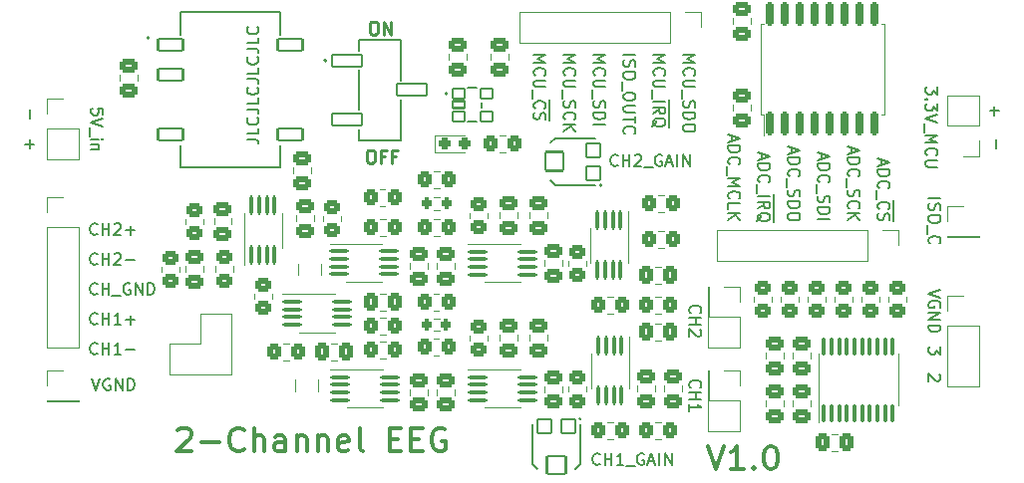
<source format=gto>
G04 #@! TF.GenerationSoftware,KiCad,Pcbnew,7.0.8*
G04 #@! TF.CreationDate,2024-04-12T14:18:42-07:00*
G04 #@! TF.ProjectId,2-channel-EEG,322d6368-616e-46e6-956c-2d4545472e6b,rev?*
G04 #@! TF.SameCoordinates,Original*
G04 #@! TF.FileFunction,Legend,Top*
G04 #@! TF.FilePolarity,Positive*
%FSLAX46Y46*%
G04 Gerber Fmt 4.6, Leading zero omitted, Abs format (unit mm)*
G04 Created by KiCad (PCBNEW 7.0.8) date 2024-04-12 14:18:42*
%MOMM*%
%LPD*%
G01*
G04 APERTURE LIST*
G04 Aperture macros list*
%AMRoundRect*
0 Rectangle with rounded corners*
0 $1 Rounding radius*
0 $2 $3 $4 $5 $6 $7 $8 $9 X,Y pos of 4 corners*
0 Add a 4 corners polygon primitive as box body*
4,1,4,$2,$3,$4,$5,$6,$7,$8,$9,$2,$3,0*
0 Add four circle primitives for the rounded corners*
1,1,$1+$1,$2,$3*
1,1,$1+$1,$4,$5*
1,1,$1+$1,$6,$7*
1,1,$1+$1,$8,$9*
0 Add four rect primitives between the rounded corners*
20,1,$1+$1,$2,$3,$4,$5,0*
20,1,$1+$1,$4,$5,$6,$7,0*
20,1,$1+$1,$6,$7,$8,$9,0*
20,1,$1+$1,$8,$9,$2,$3,0*%
G04 Aperture macros list end*
%ADD10C,0.153000*%
%ADD11C,0.275000*%
%ADD12C,0.375000*%
%ADD13C,0.120000*%
%ADD14C,0.127000*%
%ADD15C,0.200000*%
%ADD16C,0.203200*%
%ADD17RoundRect,0.250000X-0.475000X0.337500X-0.475000X-0.337500X0.475000X-0.337500X0.475000X0.337500X0*%
%ADD18RoundRect,0.200000X0.200000X0.275000X-0.200000X0.275000X-0.200000X-0.275000X0.200000X-0.275000X0*%
%ADD19R,1.700000X1.700000*%
%ADD20O,1.700000X1.700000*%
%ADD21RoundRect,0.250000X0.350000X0.450000X-0.350000X0.450000X-0.350000X-0.450000X0.350000X-0.450000X0*%
%ADD22RoundRect,0.250000X-0.450000X0.350000X-0.450000X-0.350000X0.450000X-0.350000X0.450000X0.350000X0*%
%ADD23RoundRect,0.100000X-0.712500X-0.100000X0.712500X-0.100000X0.712500X0.100000X-0.712500X0.100000X0*%
%ADD24RoundRect,0.250000X-0.350000X-0.450000X0.350000X-0.450000X0.350000X0.450000X-0.350000X0.450000X0*%
%ADD25RoundRect,0.250000X0.337500X0.475000X-0.337500X0.475000X-0.337500X-0.475000X0.337500X-0.475000X0*%
%ADD26RoundRect,0.100000X-0.100000X0.712500X-0.100000X-0.712500X0.100000X-0.712500X0.100000X0.712500X0*%
%ADD27RoundRect,0.250000X0.475000X-0.337500X0.475000X0.337500X-0.475000X0.337500X-0.475000X-0.337500X0*%
%ADD28RoundRect,0.100000X0.100000X-0.637500X0.100000X0.637500X-0.100000X0.637500X-0.100000X-0.637500X0*%
%ADD29RoundRect,0.250000X0.450000X-0.350000X0.450000X0.350000X-0.450000X0.350000X-0.450000X-0.350000X0*%
%ADD30RoundRect,0.150000X0.150000X-0.875000X0.150000X0.875000X-0.150000X0.875000X-0.150000X-0.875000X0*%
%ADD31RoundRect,0.250000X-0.337500X-0.475000X0.337500X-0.475000X0.337500X0.475000X-0.337500X0.475000X0*%
%ADD32RoundRect,0.102000X-1.050000X-0.500000X1.050000X-0.500000X1.050000X0.500000X-1.050000X0.500000X0*%
%ADD33RoundRect,0.102000X-1.250000X-0.500000X1.250000X-0.500000X1.250000X0.500000X-1.250000X0.500000X0*%
%ADD34R,0.640000X0.700000*%
%ADD35RoundRect,0.102000X0.600000X0.600000X-0.600000X0.600000X-0.600000X-0.600000X0.600000X-0.600000X0*%
%ADD36RoundRect,0.102000X0.750000X0.800000X-0.750000X0.800000X-0.750000X-0.800000X0.750000X-0.800000X0*%
%ADD37RoundRect,0.102000X-0.600000X0.600000X-0.600000X-0.600000X0.600000X-0.600000X0.600000X0.600000X0*%
%ADD38RoundRect,0.102000X-0.800000X0.750000X-0.800000X-0.750000X0.800000X-0.750000X0.800000X0.750000X0*%
%ADD39RoundRect,0.102000X-0.500000X-0.400000X0.500000X-0.400000X0.500000X0.400000X-0.500000X0.400000X0*%
%ADD40RoundRect,0.102000X-0.500000X-0.300000X0.500000X-0.300000X0.500000X0.300000X-0.500000X0.300000X0*%
%ADD41RoundRect,0.237500X-0.287500X-0.237500X0.287500X-0.237500X0.287500X0.237500X-0.287500X0.237500X0*%
%ADD42RoundRect,0.100000X0.100000X-0.712500X0.100000X0.712500X-0.100000X0.712500X-0.100000X-0.712500X0*%
G04 APERTURE END LIST*
D10*
X180057575Y-108352180D02*
X180009956Y-108304561D01*
X180009956Y-108304561D02*
X179962336Y-108161704D01*
X179962336Y-108161704D02*
X179962336Y-108066466D01*
X179962336Y-108066466D02*
X180009956Y-107923609D01*
X180009956Y-107923609D02*
X180105194Y-107828371D01*
X180105194Y-107828371D02*
X180200432Y-107780752D01*
X180200432Y-107780752D02*
X180390908Y-107733133D01*
X180390908Y-107733133D02*
X180533765Y-107733133D01*
X180533765Y-107733133D02*
X180724241Y-107780752D01*
X180724241Y-107780752D02*
X180819479Y-107828371D01*
X180819479Y-107828371D02*
X180914717Y-107923609D01*
X180914717Y-107923609D02*
X180962336Y-108066466D01*
X180962336Y-108066466D02*
X180962336Y-108161704D01*
X180962336Y-108161704D02*
X180914717Y-108304561D01*
X180914717Y-108304561D02*
X180867098Y-108352180D01*
X179962336Y-108780752D02*
X180962336Y-108780752D01*
X180486146Y-108780752D02*
X180486146Y-109352180D01*
X179962336Y-109352180D02*
X180962336Y-109352180D01*
X180867098Y-109780752D02*
X180914717Y-109828371D01*
X180914717Y-109828371D02*
X180962336Y-109923609D01*
X180962336Y-109923609D02*
X180962336Y-110161704D01*
X180962336Y-110161704D02*
X180914717Y-110256942D01*
X180914717Y-110256942D02*
X180867098Y-110304561D01*
X180867098Y-110304561D02*
X180771860Y-110352180D01*
X180771860Y-110352180D02*
X180676622Y-110352180D01*
X180676622Y-110352180D02*
X180533765Y-110304561D01*
X180533765Y-110304561D02*
X179962336Y-109733133D01*
X179962336Y-109733133D02*
X179962336Y-110352180D01*
X174374336Y-86444752D02*
X175374336Y-86444752D01*
X174421956Y-86873323D02*
X174374336Y-87016180D01*
X174374336Y-87016180D02*
X174374336Y-87254275D01*
X174374336Y-87254275D02*
X174421956Y-87349513D01*
X174421956Y-87349513D02*
X174469575Y-87397132D01*
X174469575Y-87397132D02*
X174564813Y-87444751D01*
X174564813Y-87444751D02*
X174660051Y-87444751D01*
X174660051Y-87444751D02*
X174755289Y-87397132D01*
X174755289Y-87397132D02*
X174802908Y-87349513D01*
X174802908Y-87349513D02*
X174850527Y-87254275D01*
X174850527Y-87254275D02*
X174898146Y-87063799D01*
X174898146Y-87063799D02*
X174945765Y-86968561D01*
X174945765Y-86968561D02*
X174993384Y-86920942D01*
X174993384Y-86920942D02*
X175088622Y-86873323D01*
X175088622Y-86873323D02*
X175183860Y-86873323D01*
X175183860Y-86873323D02*
X175279098Y-86920942D01*
X175279098Y-86920942D02*
X175326717Y-86968561D01*
X175326717Y-86968561D02*
X175374336Y-87063799D01*
X175374336Y-87063799D02*
X175374336Y-87301894D01*
X175374336Y-87301894D02*
X175326717Y-87444751D01*
X175374336Y-88063799D02*
X175374336Y-88254275D01*
X175374336Y-88254275D02*
X175326717Y-88349513D01*
X175326717Y-88349513D02*
X175231479Y-88444751D01*
X175231479Y-88444751D02*
X175041003Y-88492370D01*
X175041003Y-88492370D02*
X174707670Y-88492370D01*
X174707670Y-88492370D02*
X174517194Y-88444751D01*
X174517194Y-88444751D02*
X174421956Y-88349513D01*
X174421956Y-88349513D02*
X174374336Y-88254275D01*
X174374336Y-88254275D02*
X174374336Y-88063799D01*
X174374336Y-88063799D02*
X174421956Y-87968561D01*
X174421956Y-87968561D02*
X174517194Y-87873323D01*
X174517194Y-87873323D02*
X174707670Y-87825704D01*
X174707670Y-87825704D02*
X175041003Y-87825704D01*
X175041003Y-87825704D02*
X175231479Y-87873323D01*
X175231479Y-87873323D02*
X175326717Y-87968561D01*
X175326717Y-87968561D02*
X175374336Y-88063799D01*
X174279098Y-88682847D02*
X174279098Y-89444751D01*
X175374336Y-89873323D02*
X175374336Y-90063799D01*
X175374336Y-90063799D02*
X175326717Y-90159037D01*
X175326717Y-90159037D02*
X175231479Y-90254275D01*
X175231479Y-90254275D02*
X175041003Y-90301894D01*
X175041003Y-90301894D02*
X174707670Y-90301894D01*
X174707670Y-90301894D02*
X174517194Y-90254275D01*
X174517194Y-90254275D02*
X174421956Y-90159037D01*
X174421956Y-90159037D02*
X174374336Y-90063799D01*
X174374336Y-90063799D02*
X174374336Y-89873323D01*
X174374336Y-89873323D02*
X174421956Y-89778085D01*
X174421956Y-89778085D02*
X174517194Y-89682847D01*
X174517194Y-89682847D02*
X174707670Y-89635228D01*
X174707670Y-89635228D02*
X175041003Y-89635228D01*
X175041003Y-89635228D02*
X175231479Y-89682847D01*
X175231479Y-89682847D02*
X175326717Y-89778085D01*
X175326717Y-89778085D02*
X175374336Y-89873323D01*
X175374336Y-90730466D02*
X174564813Y-90730466D01*
X174564813Y-90730466D02*
X174469575Y-90778085D01*
X174469575Y-90778085D02*
X174421956Y-90825704D01*
X174421956Y-90825704D02*
X174374336Y-90920942D01*
X174374336Y-90920942D02*
X174374336Y-91111418D01*
X174374336Y-91111418D02*
X174421956Y-91206656D01*
X174421956Y-91206656D02*
X174469575Y-91254275D01*
X174469575Y-91254275D02*
X174564813Y-91301894D01*
X174564813Y-91301894D02*
X175374336Y-91301894D01*
X175374336Y-91635228D02*
X175374336Y-92206656D01*
X174374336Y-91920942D02*
X175374336Y-91920942D01*
X174469575Y-93111418D02*
X174421956Y-93063799D01*
X174421956Y-93063799D02*
X174374336Y-92920942D01*
X174374336Y-92920942D02*
X174374336Y-92825704D01*
X174374336Y-92825704D02*
X174421956Y-92682847D01*
X174421956Y-92682847D02*
X174517194Y-92587609D01*
X174517194Y-92587609D02*
X174612432Y-92539990D01*
X174612432Y-92539990D02*
X174802908Y-92492371D01*
X174802908Y-92492371D02*
X174945765Y-92492371D01*
X174945765Y-92492371D02*
X175136241Y-92539990D01*
X175136241Y-92539990D02*
X175231479Y-92587609D01*
X175231479Y-92587609D02*
X175326717Y-92682847D01*
X175326717Y-92682847D02*
X175374336Y-92825704D01*
X175374336Y-92825704D02*
X175374336Y-92920942D01*
X175374336Y-92920942D02*
X175326717Y-93063799D01*
X175326717Y-93063799D02*
X175279098Y-93111418D01*
X129688180Y-111788424D02*
X129640561Y-111836044D01*
X129640561Y-111836044D02*
X129497704Y-111883663D01*
X129497704Y-111883663D02*
X129402466Y-111883663D01*
X129402466Y-111883663D02*
X129259609Y-111836044D01*
X129259609Y-111836044D02*
X129164371Y-111740805D01*
X129164371Y-111740805D02*
X129116752Y-111645567D01*
X129116752Y-111645567D02*
X129069133Y-111455091D01*
X129069133Y-111455091D02*
X129069133Y-111312234D01*
X129069133Y-111312234D02*
X129116752Y-111121758D01*
X129116752Y-111121758D02*
X129164371Y-111026520D01*
X129164371Y-111026520D02*
X129259609Y-110931282D01*
X129259609Y-110931282D02*
X129402466Y-110883663D01*
X129402466Y-110883663D02*
X129497704Y-110883663D01*
X129497704Y-110883663D02*
X129640561Y-110931282D01*
X129640561Y-110931282D02*
X129688180Y-110978901D01*
X130116752Y-111883663D02*
X130116752Y-110883663D01*
X130116752Y-111359853D02*
X130688180Y-111359853D01*
X130688180Y-111883663D02*
X130688180Y-110883663D01*
X131688180Y-111883663D02*
X131116752Y-111883663D01*
X131402466Y-111883663D02*
X131402466Y-110883663D01*
X131402466Y-110883663D02*
X131307228Y-111026520D01*
X131307228Y-111026520D02*
X131211990Y-111121758D01*
X131211990Y-111121758D02*
X131116752Y-111169377D01*
X132116752Y-111502710D02*
X132878657Y-111502710D01*
X180057575Y-114702180D02*
X180009956Y-114654561D01*
X180009956Y-114654561D02*
X179962336Y-114511704D01*
X179962336Y-114511704D02*
X179962336Y-114416466D01*
X179962336Y-114416466D02*
X180009956Y-114273609D01*
X180009956Y-114273609D02*
X180105194Y-114178371D01*
X180105194Y-114178371D02*
X180200432Y-114130752D01*
X180200432Y-114130752D02*
X180390908Y-114083133D01*
X180390908Y-114083133D02*
X180533765Y-114083133D01*
X180533765Y-114083133D02*
X180724241Y-114130752D01*
X180724241Y-114130752D02*
X180819479Y-114178371D01*
X180819479Y-114178371D02*
X180914717Y-114273609D01*
X180914717Y-114273609D02*
X180962336Y-114416466D01*
X180962336Y-114416466D02*
X180962336Y-114511704D01*
X180962336Y-114511704D02*
X180914717Y-114654561D01*
X180914717Y-114654561D02*
X180867098Y-114702180D01*
X179962336Y-115130752D02*
X180962336Y-115130752D01*
X180486146Y-115130752D02*
X180486146Y-115702180D01*
X179962336Y-115702180D02*
X180962336Y-115702180D01*
X179962336Y-116702180D02*
X179962336Y-116130752D01*
X179962336Y-116416466D02*
X180962336Y-116416466D01*
X180962336Y-116416466D02*
X180819479Y-116321228D01*
X180819479Y-116321228D02*
X180724241Y-116225990D01*
X180724241Y-116225990D02*
X180676622Y-116130752D01*
X130162336Y-91492942D02*
X130162336Y-91016752D01*
X130162336Y-91016752D02*
X129686146Y-90969133D01*
X129686146Y-90969133D02*
X129733765Y-91016752D01*
X129733765Y-91016752D02*
X129781384Y-91111990D01*
X129781384Y-91111990D02*
X129781384Y-91350085D01*
X129781384Y-91350085D02*
X129733765Y-91445323D01*
X129733765Y-91445323D02*
X129686146Y-91492942D01*
X129686146Y-91492942D02*
X129590908Y-91540561D01*
X129590908Y-91540561D02*
X129352813Y-91540561D01*
X129352813Y-91540561D02*
X129257575Y-91492942D01*
X129257575Y-91492942D02*
X129209956Y-91445323D01*
X129209956Y-91445323D02*
X129162336Y-91350085D01*
X129162336Y-91350085D02*
X129162336Y-91111990D01*
X129162336Y-91111990D02*
X129209956Y-91016752D01*
X129209956Y-91016752D02*
X129257575Y-90969133D01*
X130162336Y-91826276D02*
X129162336Y-92159609D01*
X129162336Y-92159609D02*
X130162336Y-92492942D01*
X129067098Y-92588181D02*
X129067098Y-93350085D01*
X129162336Y-93588181D02*
X129829003Y-93588181D01*
X130162336Y-93588181D02*
X130114717Y-93540562D01*
X130114717Y-93540562D02*
X130067098Y-93588181D01*
X130067098Y-93588181D02*
X130114717Y-93635800D01*
X130114717Y-93635800D02*
X130162336Y-93588181D01*
X130162336Y-93588181D02*
X130067098Y-93588181D01*
X129829003Y-94064371D02*
X129162336Y-94064371D01*
X129733765Y-94064371D02*
X129781384Y-94111990D01*
X129781384Y-94111990D02*
X129829003Y-94207228D01*
X129829003Y-94207228D02*
X129829003Y-94350085D01*
X129829003Y-94350085D02*
X129781384Y-94445323D01*
X129781384Y-94445323D02*
X129686146Y-94492942D01*
X129686146Y-94492942D02*
X129162336Y-94492942D01*
X205990710Y-94403247D02*
X205990710Y-93641343D01*
X142379663Y-93609533D02*
X143093948Y-93609533D01*
X143093948Y-93609533D02*
X143236805Y-93657152D01*
X143236805Y-93657152D02*
X143332044Y-93752390D01*
X143332044Y-93752390D02*
X143379663Y-93895247D01*
X143379663Y-93895247D02*
X143379663Y-93990485D01*
X143379663Y-92657152D02*
X143379663Y-93133342D01*
X143379663Y-93133342D02*
X142379663Y-93133342D01*
X143284424Y-91752390D02*
X143332044Y-91800009D01*
X143332044Y-91800009D02*
X143379663Y-91942866D01*
X143379663Y-91942866D02*
X143379663Y-92038104D01*
X143379663Y-92038104D02*
X143332044Y-92180961D01*
X143332044Y-92180961D02*
X143236805Y-92276199D01*
X143236805Y-92276199D02*
X143141567Y-92323818D01*
X143141567Y-92323818D02*
X142951091Y-92371437D01*
X142951091Y-92371437D02*
X142808234Y-92371437D01*
X142808234Y-92371437D02*
X142617758Y-92323818D01*
X142617758Y-92323818D02*
X142522520Y-92276199D01*
X142522520Y-92276199D02*
X142427282Y-92180961D01*
X142427282Y-92180961D02*
X142379663Y-92038104D01*
X142379663Y-92038104D02*
X142379663Y-91942866D01*
X142379663Y-91942866D02*
X142427282Y-91800009D01*
X142427282Y-91800009D02*
X142474901Y-91752390D01*
X142379663Y-91038104D02*
X143093948Y-91038104D01*
X143093948Y-91038104D02*
X143236805Y-91085723D01*
X143236805Y-91085723D02*
X143332044Y-91180961D01*
X143332044Y-91180961D02*
X143379663Y-91323818D01*
X143379663Y-91323818D02*
X143379663Y-91419056D01*
X143379663Y-90085723D02*
X143379663Y-90561913D01*
X143379663Y-90561913D02*
X142379663Y-90561913D01*
X143284424Y-89180961D02*
X143332044Y-89228580D01*
X143332044Y-89228580D02*
X143379663Y-89371437D01*
X143379663Y-89371437D02*
X143379663Y-89466675D01*
X143379663Y-89466675D02*
X143332044Y-89609532D01*
X143332044Y-89609532D02*
X143236805Y-89704770D01*
X143236805Y-89704770D02*
X143141567Y-89752389D01*
X143141567Y-89752389D02*
X142951091Y-89800008D01*
X142951091Y-89800008D02*
X142808234Y-89800008D01*
X142808234Y-89800008D02*
X142617758Y-89752389D01*
X142617758Y-89752389D02*
X142522520Y-89704770D01*
X142522520Y-89704770D02*
X142427282Y-89609532D01*
X142427282Y-89609532D02*
X142379663Y-89466675D01*
X142379663Y-89466675D02*
X142379663Y-89371437D01*
X142379663Y-89371437D02*
X142427282Y-89228580D01*
X142427282Y-89228580D02*
X142474901Y-89180961D01*
X142379663Y-88466675D02*
X143093948Y-88466675D01*
X143093948Y-88466675D02*
X143236805Y-88514294D01*
X143236805Y-88514294D02*
X143332044Y-88609532D01*
X143332044Y-88609532D02*
X143379663Y-88752389D01*
X143379663Y-88752389D02*
X143379663Y-88847627D01*
X143379663Y-87514294D02*
X143379663Y-87990484D01*
X143379663Y-87990484D02*
X142379663Y-87990484D01*
X143284424Y-86609532D02*
X143332044Y-86657151D01*
X143332044Y-86657151D02*
X143379663Y-86800008D01*
X143379663Y-86800008D02*
X143379663Y-86895246D01*
X143379663Y-86895246D02*
X143332044Y-87038103D01*
X143332044Y-87038103D02*
X143236805Y-87133341D01*
X143236805Y-87133341D02*
X143141567Y-87180960D01*
X143141567Y-87180960D02*
X142951091Y-87228579D01*
X142951091Y-87228579D02*
X142808234Y-87228579D01*
X142808234Y-87228579D02*
X142617758Y-87180960D01*
X142617758Y-87180960D02*
X142522520Y-87133341D01*
X142522520Y-87133341D02*
X142427282Y-87038103D01*
X142427282Y-87038103D02*
X142379663Y-86895246D01*
X142379663Y-86895246D02*
X142379663Y-86800008D01*
X142379663Y-86800008D02*
X142427282Y-86657151D01*
X142427282Y-86657151D02*
X142474901Y-86609532D01*
X142379663Y-85895246D02*
X143093948Y-85895246D01*
X143093948Y-85895246D02*
X143236805Y-85942865D01*
X143236805Y-85942865D02*
X143332044Y-86038103D01*
X143332044Y-86038103D02*
X143379663Y-86180960D01*
X143379663Y-86180960D02*
X143379663Y-86276198D01*
X143379663Y-84942865D02*
X143379663Y-85419055D01*
X143379663Y-85419055D02*
X142379663Y-85419055D01*
X143284424Y-84038103D02*
X143332044Y-84085722D01*
X143332044Y-84085722D02*
X143379663Y-84228579D01*
X143379663Y-84228579D02*
X143379663Y-84323817D01*
X143379663Y-84323817D02*
X143332044Y-84466674D01*
X143332044Y-84466674D02*
X143236805Y-84561912D01*
X143236805Y-84561912D02*
X143141567Y-84609531D01*
X143141567Y-84609531D02*
X142951091Y-84657150D01*
X142951091Y-84657150D02*
X142808234Y-84657150D01*
X142808234Y-84657150D02*
X142617758Y-84609531D01*
X142617758Y-84609531D02*
X142522520Y-84561912D01*
X142522520Y-84561912D02*
X142427282Y-84466674D01*
X142427282Y-84466674D02*
X142379663Y-84323817D01*
X142379663Y-84323817D02*
X142379663Y-84228579D01*
X142379663Y-84228579D02*
X142427282Y-84085722D01*
X142427282Y-84085722D02*
X142474901Y-84038103D01*
X129688180Y-104168424D02*
X129640561Y-104216044D01*
X129640561Y-104216044D02*
X129497704Y-104263663D01*
X129497704Y-104263663D02*
X129402466Y-104263663D01*
X129402466Y-104263663D02*
X129259609Y-104216044D01*
X129259609Y-104216044D02*
X129164371Y-104120805D01*
X129164371Y-104120805D02*
X129116752Y-104025567D01*
X129116752Y-104025567D02*
X129069133Y-103835091D01*
X129069133Y-103835091D02*
X129069133Y-103692234D01*
X129069133Y-103692234D02*
X129116752Y-103501758D01*
X129116752Y-103501758D02*
X129164371Y-103406520D01*
X129164371Y-103406520D02*
X129259609Y-103311282D01*
X129259609Y-103311282D02*
X129402466Y-103263663D01*
X129402466Y-103263663D02*
X129497704Y-103263663D01*
X129497704Y-103263663D02*
X129640561Y-103311282D01*
X129640561Y-103311282D02*
X129688180Y-103358901D01*
X130116752Y-104263663D02*
X130116752Y-103263663D01*
X130116752Y-103739853D02*
X130688180Y-103739853D01*
X130688180Y-104263663D02*
X130688180Y-103263663D01*
X131116752Y-103358901D02*
X131164371Y-103311282D01*
X131164371Y-103311282D02*
X131259609Y-103263663D01*
X131259609Y-103263663D02*
X131497704Y-103263663D01*
X131497704Y-103263663D02*
X131592942Y-103311282D01*
X131592942Y-103311282D02*
X131640561Y-103358901D01*
X131640561Y-103358901D02*
X131688180Y-103454139D01*
X131688180Y-103454139D02*
X131688180Y-103549377D01*
X131688180Y-103549377D02*
X131640561Y-103692234D01*
X131640561Y-103692234D02*
X131069133Y-104263663D01*
X131069133Y-104263663D02*
X131688180Y-104263663D01*
X132116752Y-103882710D02*
X132878657Y-103882710D01*
D11*
X152798349Y-94509080D02*
X153007873Y-94509080D01*
X153007873Y-94509080D02*
X153112635Y-94561461D01*
X153112635Y-94561461D02*
X153217397Y-94666223D01*
X153217397Y-94666223D02*
X153269778Y-94875747D01*
X153269778Y-94875747D02*
X153269778Y-95242414D01*
X153269778Y-95242414D02*
X153217397Y-95451938D01*
X153217397Y-95451938D02*
X153112635Y-95556700D01*
X153112635Y-95556700D02*
X153007873Y-95609080D01*
X153007873Y-95609080D02*
X152798349Y-95609080D01*
X152798349Y-95609080D02*
X152693587Y-95556700D01*
X152693587Y-95556700D02*
X152588825Y-95451938D01*
X152588825Y-95451938D02*
X152536444Y-95242414D01*
X152536444Y-95242414D02*
X152536444Y-94875747D01*
X152536444Y-94875747D02*
X152588825Y-94666223D01*
X152588825Y-94666223D02*
X152693587Y-94561461D01*
X152693587Y-94561461D02*
X152798349Y-94509080D01*
X154107873Y-95032890D02*
X153741206Y-95032890D01*
X153741206Y-95609080D02*
X153741206Y-94509080D01*
X153741206Y-94509080D02*
X154265016Y-94509080D01*
X155050730Y-95032890D02*
X154684063Y-95032890D01*
X154684063Y-95609080D02*
X154684063Y-94509080D01*
X154684063Y-94509080D02*
X155207873Y-94509080D01*
D10*
X179454336Y-86444752D02*
X180454336Y-86444752D01*
X180454336Y-86444752D02*
X179740051Y-86778085D01*
X179740051Y-86778085D02*
X180454336Y-87111418D01*
X180454336Y-87111418D02*
X179454336Y-87111418D01*
X179549575Y-88159037D02*
X179501956Y-88111418D01*
X179501956Y-88111418D02*
X179454336Y-87968561D01*
X179454336Y-87968561D02*
X179454336Y-87873323D01*
X179454336Y-87873323D02*
X179501956Y-87730466D01*
X179501956Y-87730466D02*
X179597194Y-87635228D01*
X179597194Y-87635228D02*
X179692432Y-87587609D01*
X179692432Y-87587609D02*
X179882908Y-87539990D01*
X179882908Y-87539990D02*
X180025765Y-87539990D01*
X180025765Y-87539990D02*
X180216241Y-87587609D01*
X180216241Y-87587609D02*
X180311479Y-87635228D01*
X180311479Y-87635228D02*
X180406717Y-87730466D01*
X180406717Y-87730466D02*
X180454336Y-87873323D01*
X180454336Y-87873323D02*
X180454336Y-87968561D01*
X180454336Y-87968561D02*
X180406717Y-88111418D01*
X180406717Y-88111418D02*
X180359098Y-88159037D01*
X180454336Y-88587609D02*
X179644813Y-88587609D01*
X179644813Y-88587609D02*
X179549575Y-88635228D01*
X179549575Y-88635228D02*
X179501956Y-88682847D01*
X179501956Y-88682847D02*
X179454336Y-88778085D01*
X179454336Y-88778085D02*
X179454336Y-88968561D01*
X179454336Y-88968561D02*
X179501956Y-89063799D01*
X179501956Y-89063799D02*
X179549575Y-89111418D01*
X179549575Y-89111418D02*
X179644813Y-89159037D01*
X179644813Y-89159037D02*
X180454336Y-89159037D01*
X179359098Y-89397133D02*
X179359098Y-90159037D01*
X179501956Y-90349514D02*
X179454336Y-90492371D01*
X179454336Y-90492371D02*
X179454336Y-90730466D01*
X179454336Y-90730466D02*
X179501956Y-90825704D01*
X179501956Y-90825704D02*
X179549575Y-90873323D01*
X179549575Y-90873323D02*
X179644813Y-90920942D01*
X179644813Y-90920942D02*
X179740051Y-90920942D01*
X179740051Y-90920942D02*
X179835289Y-90873323D01*
X179835289Y-90873323D02*
X179882908Y-90825704D01*
X179882908Y-90825704D02*
X179930527Y-90730466D01*
X179930527Y-90730466D02*
X179978146Y-90539990D01*
X179978146Y-90539990D02*
X180025765Y-90444752D01*
X180025765Y-90444752D02*
X180073384Y-90397133D01*
X180073384Y-90397133D02*
X180168622Y-90349514D01*
X180168622Y-90349514D02*
X180263860Y-90349514D01*
X180263860Y-90349514D02*
X180359098Y-90397133D01*
X180359098Y-90397133D02*
X180406717Y-90444752D01*
X180406717Y-90444752D02*
X180454336Y-90539990D01*
X180454336Y-90539990D02*
X180454336Y-90778085D01*
X180454336Y-90778085D02*
X180406717Y-90920942D01*
X179454336Y-91349514D02*
X180454336Y-91349514D01*
X180454336Y-91349514D02*
X180454336Y-91587609D01*
X180454336Y-91587609D02*
X180406717Y-91730466D01*
X180406717Y-91730466D02*
X180311479Y-91825704D01*
X180311479Y-91825704D02*
X180216241Y-91873323D01*
X180216241Y-91873323D02*
X180025765Y-91920942D01*
X180025765Y-91920942D02*
X179882908Y-91920942D01*
X179882908Y-91920942D02*
X179692432Y-91873323D01*
X179692432Y-91873323D02*
X179597194Y-91825704D01*
X179597194Y-91825704D02*
X179501956Y-91730466D01*
X179501956Y-91730466D02*
X179454336Y-91587609D01*
X179454336Y-91587609D02*
X179454336Y-91349514D01*
X180454336Y-92539990D02*
X180454336Y-92730466D01*
X180454336Y-92730466D02*
X180406717Y-92825704D01*
X180406717Y-92825704D02*
X180311479Y-92920942D01*
X180311479Y-92920942D02*
X180121003Y-92968561D01*
X180121003Y-92968561D02*
X179787670Y-92968561D01*
X179787670Y-92968561D02*
X179597194Y-92920942D01*
X179597194Y-92920942D02*
X179501956Y-92825704D01*
X179501956Y-92825704D02*
X179454336Y-92730466D01*
X179454336Y-92730466D02*
X179454336Y-92539990D01*
X179454336Y-92539990D02*
X179501956Y-92444752D01*
X179501956Y-92444752D02*
X179597194Y-92349514D01*
X179597194Y-92349514D02*
X179787670Y-92301895D01*
X179787670Y-92301895D02*
X180121003Y-92301895D01*
X180121003Y-92301895D02*
X180311479Y-92349514D01*
X180311479Y-92349514D02*
X180406717Y-92444752D01*
X180406717Y-92444752D02*
X180454336Y-92539990D01*
X188630051Y-94271133D02*
X188630051Y-94747323D01*
X188344336Y-94175895D02*
X189344336Y-94509228D01*
X189344336Y-94509228D02*
X188344336Y-94842561D01*
X188344336Y-95175895D02*
X189344336Y-95175895D01*
X189344336Y-95175895D02*
X189344336Y-95413990D01*
X189344336Y-95413990D02*
X189296717Y-95556847D01*
X189296717Y-95556847D02*
X189201479Y-95652085D01*
X189201479Y-95652085D02*
X189106241Y-95699704D01*
X189106241Y-95699704D02*
X188915765Y-95747323D01*
X188915765Y-95747323D02*
X188772908Y-95747323D01*
X188772908Y-95747323D02*
X188582432Y-95699704D01*
X188582432Y-95699704D02*
X188487194Y-95652085D01*
X188487194Y-95652085D02*
X188391956Y-95556847D01*
X188391956Y-95556847D02*
X188344336Y-95413990D01*
X188344336Y-95413990D02*
X188344336Y-95175895D01*
X188439575Y-96747323D02*
X188391956Y-96699704D01*
X188391956Y-96699704D02*
X188344336Y-96556847D01*
X188344336Y-96556847D02*
X188344336Y-96461609D01*
X188344336Y-96461609D02*
X188391956Y-96318752D01*
X188391956Y-96318752D02*
X188487194Y-96223514D01*
X188487194Y-96223514D02*
X188582432Y-96175895D01*
X188582432Y-96175895D02*
X188772908Y-96128276D01*
X188772908Y-96128276D02*
X188915765Y-96128276D01*
X188915765Y-96128276D02*
X189106241Y-96175895D01*
X189106241Y-96175895D02*
X189201479Y-96223514D01*
X189201479Y-96223514D02*
X189296717Y-96318752D01*
X189296717Y-96318752D02*
X189344336Y-96461609D01*
X189344336Y-96461609D02*
X189344336Y-96556847D01*
X189344336Y-96556847D02*
X189296717Y-96699704D01*
X189296717Y-96699704D02*
X189249098Y-96747323D01*
X188249098Y-96937800D02*
X188249098Y-97699704D01*
X188391956Y-97890181D02*
X188344336Y-98033038D01*
X188344336Y-98033038D02*
X188344336Y-98271133D01*
X188344336Y-98271133D02*
X188391956Y-98366371D01*
X188391956Y-98366371D02*
X188439575Y-98413990D01*
X188439575Y-98413990D02*
X188534813Y-98461609D01*
X188534813Y-98461609D02*
X188630051Y-98461609D01*
X188630051Y-98461609D02*
X188725289Y-98413990D01*
X188725289Y-98413990D02*
X188772908Y-98366371D01*
X188772908Y-98366371D02*
X188820527Y-98271133D01*
X188820527Y-98271133D02*
X188868146Y-98080657D01*
X188868146Y-98080657D02*
X188915765Y-97985419D01*
X188915765Y-97985419D02*
X188963384Y-97937800D01*
X188963384Y-97937800D02*
X189058622Y-97890181D01*
X189058622Y-97890181D02*
X189153860Y-97890181D01*
X189153860Y-97890181D02*
X189249098Y-97937800D01*
X189249098Y-97937800D02*
X189296717Y-97985419D01*
X189296717Y-97985419D02*
X189344336Y-98080657D01*
X189344336Y-98080657D02*
X189344336Y-98318752D01*
X189344336Y-98318752D02*
X189296717Y-98461609D01*
X188344336Y-98890181D02*
X189344336Y-98890181D01*
X189344336Y-98890181D02*
X189344336Y-99128276D01*
X189344336Y-99128276D02*
X189296717Y-99271133D01*
X189296717Y-99271133D02*
X189201479Y-99366371D01*
X189201479Y-99366371D02*
X189106241Y-99413990D01*
X189106241Y-99413990D02*
X188915765Y-99461609D01*
X188915765Y-99461609D02*
X188772908Y-99461609D01*
X188772908Y-99461609D02*
X188582432Y-99413990D01*
X188582432Y-99413990D02*
X188487194Y-99366371D01*
X188487194Y-99366371D02*
X188391956Y-99271133D01*
X188391956Y-99271133D02*
X188344336Y-99128276D01*
X188344336Y-99128276D02*
X188344336Y-98890181D01*
X189344336Y-100080657D02*
X189344336Y-100271133D01*
X189344336Y-100271133D02*
X189296717Y-100366371D01*
X189296717Y-100366371D02*
X189201479Y-100461609D01*
X189201479Y-100461609D02*
X189011003Y-100509228D01*
X189011003Y-100509228D02*
X188677670Y-100509228D01*
X188677670Y-100509228D02*
X188487194Y-100461609D01*
X188487194Y-100461609D02*
X188391956Y-100366371D01*
X188391956Y-100366371D02*
X188344336Y-100271133D01*
X188344336Y-100271133D02*
X188344336Y-100080657D01*
X188344336Y-100080657D02*
X188391956Y-99985419D01*
X188391956Y-99985419D02*
X188487194Y-99890181D01*
X188487194Y-99890181D02*
X188677670Y-99842562D01*
X188677670Y-99842562D02*
X189011003Y-99842562D01*
X189011003Y-99842562D02*
X189201479Y-99890181D01*
X189201479Y-99890181D02*
X189296717Y-99985419D01*
X189296717Y-99985419D02*
X189344336Y-100080657D01*
X201282336Y-106367895D02*
X200282336Y-106701228D01*
X200282336Y-106701228D02*
X201282336Y-107034561D01*
X201234717Y-107891704D02*
X201282336Y-107796466D01*
X201282336Y-107796466D02*
X201282336Y-107653609D01*
X201282336Y-107653609D02*
X201234717Y-107510752D01*
X201234717Y-107510752D02*
X201139479Y-107415514D01*
X201139479Y-107415514D02*
X201044241Y-107367895D01*
X201044241Y-107367895D02*
X200853765Y-107320276D01*
X200853765Y-107320276D02*
X200710908Y-107320276D01*
X200710908Y-107320276D02*
X200520432Y-107367895D01*
X200520432Y-107367895D02*
X200425194Y-107415514D01*
X200425194Y-107415514D02*
X200329956Y-107510752D01*
X200329956Y-107510752D02*
X200282336Y-107653609D01*
X200282336Y-107653609D02*
X200282336Y-107748847D01*
X200282336Y-107748847D02*
X200329956Y-107891704D01*
X200329956Y-107891704D02*
X200377575Y-107939323D01*
X200377575Y-107939323D02*
X200710908Y-107939323D01*
X200710908Y-107939323D02*
X200710908Y-107748847D01*
X200282336Y-108367895D02*
X201282336Y-108367895D01*
X201282336Y-108367895D02*
X200282336Y-108939323D01*
X200282336Y-108939323D02*
X201282336Y-108939323D01*
X200282336Y-109415514D02*
X201282336Y-109415514D01*
X201282336Y-109415514D02*
X201282336Y-109653609D01*
X201282336Y-109653609D02*
X201234717Y-109796466D01*
X201234717Y-109796466D02*
X201139479Y-109891704D01*
X201139479Y-109891704D02*
X201044241Y-109939323D01*
X201044241Y-109939323D02*
X200853765Y-109986942D01*
X200853765Y-109986942D02*
X200710908Y-109986942D01*
X200710908Y-109986942D02*
X200520432Y-109939323D01*
X200520432Y-109939323D02*
X200425194Y-109891704D01*
X200425194Y-109891704D02*
X200329956Y-109796466D01*
X200329956Y-109796466D02*
X200282336Y-109653609D01*
X200282336Y-109653609D02*
X200282336Y-109415514D01*
X171834336Y-86444752D02*
X172834336Y-86444752D01*
X172834336Y-86444752D02*
X172120051Y-86778085D01*
X172120051Y-86778085D02*
X172834336Y-87111418D01*
X172834336Y-87111418D02*
X171834336Y-87111418D01*
X171929575Y-88159037D02*
X171881956Y-88111418D01*
X171881956Y-88111418D02*
X171834336Y-87968561D01*
X171834336Y-87968561D02*
X171834336Y-87873323D01*
X171834336Y-87873323D02*
X171881956Y-87730466D01*
X171881956Y-87730466D02*
X171977194Y-87635228D01*
X171977194Y-87635228D02*
X172072432Y-87587609D01*
X172072432Y-87587609D02*
X172262908Y-87539990D01*
X172262908Y-87539990D02*
X172405765Y-87539990D01*
X172405765Y-87539990D02*
X172596241Y-87587609D01*
X172596241Y-87587609D02*
X172691479Y-87635228D01*
X172691479Y-87635228D02*
X172786717Y-87730466D01*
X172786717Y-87730466D02*
X172834336Y-87873323D01*
X172834336Y-87873323D02*
X172834336Y-87968561D01*
X172834336Y-87968561D02*
X172786717Y-88111418D01*
X172786717Y-88111418D02*
X172739098Y-88159037D01*
X172834336Y-88587609D02*
X172024813Y-88587609D01*
X172024813Y-88587609D02*
X171929575Y-88635228D01*
X171929575Y-88635228D02*
X171881956Y-88682847D01*
X171881956Y-88682847D02*
X171834336Y-88778085D01*
X171834336Y-88778085D02*
X171834336Y-88968561D01*
X171834336Y-88968561D02*
X171881956Y-89063799D01*
X171881956Y-89063799D02*
X171929575Y-89111418D01*
X171929575Y-89111418D02*
X172024813Y-89159037D01*
X172024813Y-89159037D02*
X172834336Y-89159037D01*
X171739098Y-89397133D02*
X171739098Y-90159037D01*
X171881956Y-90349514D02*
X171834336Y-90492371D01*
X171834336Y-90492371D02*
X171834336Y-90730466D01*
X171834336Y-90730466D02*
X171881956Y-90825704D01*
X171881956Y-90825704D02*
X171929575Y-90873323D01*
X171929575Y-90873323D02*
X172024813Y-90920942D01*
X172024813Y-90920942D02*
X172120051Y-90920942D01*
X172120051Y-90920942D02*
X172215289Y-90873323D01*
X172215289Y-90873323D02*
X172262908Y-90825704D01*
X172262908Y-90825704D02*
X172310527Y-90730466D01*
X172310527Y-90730466D02*
X172358146Y-90539990D01*
X172358146Y-90539990D02*
X172405765Y-90444752D01*
X172405765Y-90444752D02*
X172453384Y-90397133D01*
X172453384Y-90397133D02*
X172548622Y-90349514D01*
X172548622Y-90349514D02*
X172643860Y-90349514D01*
X172643860Y-90349514D02*
X172739098Y-90397133D01*
X172739098Y-90397133D02*
X172786717Y-90444752D01*
X172786717Y-90444752D02*
X172834336Y-90539990D01*
X172834336Y-90539990D02*
X172834336Y-90778085D01*
X172834336Y-90778085D02*
X172786717Y-90920942D01*
X171834336Y-91349514D02*
X172834336Y-91349514D01*
X172834336Y-91349514D02*
X172834336Y-91587609D01*
X172834336Y-91587609D02*
X172786717Y-91730466D01*
X172786717Y-91730466D02*
X172691479Y-91825704D01*
X172691479Y-91825704D02*
X172596241Y-91873323D01*
X172596241Y-91873323D02*
X172405765Y-91920942D01*
X172405765Y-91920942D02*
X172262908Y-91920942D01*
X172262908Y-91920942D02*
X172072432Y-91873323D01*
X172072432Y-91873323D02*
X171977194Y-91825704D01*
X171977194Y-91825704D02*
X171881956Y-91730466D01*
X171881956Y-91730466D02*
X171834336Y-91587609D01*
X171834336Y-91587609D02*
X171834336Y-91349514D01*
X171834336Y-92349514D02*
X172834336Y-92349514D01*
X129688180Y-101628424D02*
X129640561Y-101676044D01*
X129640561Y-101676044D02*
X129497704Y-101723663D01*
X129497704Y-101723663D02*
X129402466Y-101723663D01*
X129402466Y-101723663D02*
X129259609Y-101676044D01*
X129259609Y-101676044D02*
X129164371Y-101580805D01*
X129164371Y-101580805D02*
X129116752Y-101485567D01*
X129116752Y-101485567D02*
X129069133Y-101295091D01*
X129069133Y-101295091D02*
X129069133Y-101152234D01*
X129069133Y-101152234D02*
X129116752Y-100961758D01*
X129116752Y-100961758D02*
X129164371Y-100866520D01*
X129164371Y-100866520D02*
X129259609Y-100771282D01*
X129259609Y-100771282D02*
X129402466Y-100723663D01*
X129402466Y-100723663D02*
X129497704Y-100723663D01*
X129497704Y-100723663D02*
X129640561Y-100771282D01*
X129640561Y-100771282D02*
X129688180Y-100818901D01*
X130116752Y-101723663D02*
X130116752Y-100723663D01*
X130116752Y-101199853D02*
X130688180Y-101199853D01*
X130688180Y-101723663D02*
X130688180Y-100723663D01*
X131116752Y-100818901D02*
X131164371Y-100771282D01*
X131164371Y-100771282D02*
X131259609Y-100723663D01*
X131259609Y-100723663D02*
X131497704Y-100723663D01*
X131497704Y-100723663D02*
X131592942Y-100771282D01*
X131592942Y-100771282D02*
X131640561Y-100818901D01*
X131640561Y-100818901D02*
X131688180Y-100914139D01*
X131688180Y-100914139D02*
X131688180Y-101009377D01*
X131688180Y-101009377D02*
X131640561Y-101152234D01*
X131640561Y-101152234D02*
X131069133Y-101723663D01*
X131069133Y-101723663D02*
X131688180Y-101723663D01*
X132116752Y-101342710D02*
X132878657Y-101342710D01*
X132497704Y-101723663D02*
X132497704Y-100961758D01*
X166754336Y-86444752D02*
X167754336Y-86444752D01*
X167754336Y-86444752D02*
X167040051Y-86778085D01*
X167040051Y-86778085D02*
X167754336Y-87111418D01*
X167754336Y-87111418D02*
X166754336Y-87111418D01*
X166849575Y-88159037D02*
X166801956Y-88111418D01*
X166801956Y-88111418D02*
X166754336Y-87968561D01*
X166754336Y-87968561D02*
X166754336Y-87873323D01*
X166754336Y-87873323D02*
X166801956Y-87730466D01*
X166801956Y-87730466D02*
X166897194Y-87635228D01*
X166897194Y-87635228D02*
X166992432Y-87587609D01*
X166992432Y-87587609D02*
X167182908Y-87539990D01*
X167182908Y-87539990D02*
X167325765Y-87539990D01*
X167325765Y-87539990D02*
X167516241Y-87587609D01*
X167516241Y-87587609D02*
X167611479Y-87635228D01*
X167611479Y-87635228D02*
X167706717Y-87730466D01*
X167706717Y-87730466D02*
X167754336Y-87873323D01*
X167754336Y-87873323D02*
X167754336Y-87968561D01*
X167754336Y-87968561D02*
X167706717Y-88111418D01*
X167706717Y-88111418D02*
X167659098Y-88159037D01*
X167754336Y-88587609D02*
X166944813Y-88587609D01*
X166944813Y-88587609D02*
X166849575Y-88635228D01*
X166849575Y-88635228D02*
X166801956Y-88682847D01*
X166801956Y-88682847D02*
X166754336Y-88778085D01*
X166754336Y-88778085D02*
X166754336Y-88968561D01*
X166754336Y-88968561D02*
X166801956Y-89063799D01*
X166801956Y-89063799D02*
X166849575Y-89111418D01*
X166849575Y-89111418D02*
X166944813Y-89159037D01*
X166944813Y-89159037D02*
X167754336Y-89159037D01*
X166659098Y-89397133D02*
X166659098Y-90159037D01*
X166849575Y-90968561D02*
X166801956Y-90920942D01*
X166801956Y-90920942D02*
X166754336Y-90778085D01*
X166754336Y-90778085D02*
X166754336Y-90682847D01*
X166754336Y-90682847D02*
X166801956Y-90539990D01*
X166801956Y-90539990D02*
X166897194Y-90444752D01*
X166897194Y-90444752D02*
X166992432Y-90397133D01*
X166992432Y-90397133D02*
X167182908Y-90349514D01*
X167182908Y-90349514D02*
X167325765Y-90349514D01*
X167325765Y-90349514D02*
X167516241Y-90397133D01*
X167516241Y-90397133D02*
X167611479Y-90444752D01*
X167611479Y-90444752D02*
X167706717Y-90539990D01*
X167706717Y-90539990D02*
X167754336Y-90682847D01*
X167754336Y-90682847D02*
X167754336Y-90778085D01*
X167754336Y-90778085D02*
X167706717Y-90920942D01*
X167706717Y-90920942D02*
X167659098Y-90968561D01*
X166801956Y-91349514D02*
X166754336Y-91492371D01*
X166754336Y-91492371D02*
X166754336Y-91730466D01*
X166754336Y-91730466D02*
X166801956Y-91825704D01*
X166801956Y-91825704D02*
X166849575Y-91873323D01*
X166849575Y-91873323D02*
X166944813Y-91920942D01*
X166944813Y-91920942D02*
X167040051Y-91920942D01*
X167040051Y-91920942D02*
X167135289Y-91873323D01*
X167135289Y-91873323D02*
X167182908Y-91825704D01*
X167182908Y-91825704D02*
X167230527Y-91730466D01*
X167230527Y-91730466D02*
X167278146Y-91539990D01*
X167278146Y-91539990D02*
X167325765Y-91444752D01*
X167325765Y-91444752D02*
X167373384Y-91397133D01*
X167373384Y-91397133D02*
X167468622Y-91349514D01*
X167468622Y-91349514D02*
X167563860Y-91349514D01*
X167563860Y-91349514D02*
X167659098Y-91397133D01*
X167659098Y-91397133D02*
X167706717Y-91444752D01*
X167706717Y-91444752D02*
X167754336Y-91539990D01*
X167754336Y-91539990D02*
X167754336Y-91778085D01*
X167754336Y-91778085D02*
X167706717Y-91920942D01*
X168031956Y-90259038D02*
X168031956Y-92011419D01*
X201187098Y-113575133D02*
X201234717Y-113622752D01*
X201234717Y-113622752D02*
X201282336Y-113717990D01*
X201282336Y-113717990D02*
X201282336Y-113956085D01*
X201282336Y-113956085D02*
X201234717Y-114051323D01*
X201234717Y-114051323D02*
X201187098Y-114098942D01*
X201187098Y-114098942D02*
X201091860Y-114146561D01*
X201091860Y-114146561D02*
X200996622Y-114146561D01*
X200996622Y-114146561D02*
X200853765Y-114098942D01*
X200853765Y-114098942D02*
X200282336Y-113527514D01*
X200282336Y-113527514D02*
X200282336Y-114146561D01*
X123948710Y-91863247D02*
X123948710Y-91101343D01*
X205486720Y-91182710D02*
X206248625Y-91182710D01*
X205867672Y-91563663D02*
X205867672Y-90801758D01*
X169294336Y-86444752D02*
X170294336Y-86444752D01*
X170294336Y-86444752D02*
X169580051Y-86778085D01*
X169580051Y-86778085D02*
X170294336Y-87111418D01*
X170294336Y-87111418D02*
X169294336Y-87111418D01*
X169389575Y-88159037D02*
X169341956Y-88111418D01*
X169341956Y-88111418D02*
X169294336Y-87968561D01*
X169294336Y-87968561D02*
X169294336Y-87873323D01*
X169294336Y-87873323D02*
X169341956Y-87730466D01*
X169341956Y-87730466D02*
X169437194Y-87635228D01*
X169437194Y-87635228D02*
X169532432Y-87587609D01*
X169532432Y-87587609D02*
X169722908Y-87539990D01*
X169722908Y-87539990D02*
X169865765Y-87539990D01*
X169865765Y-87539990D02*
X170056241Y-87587609D01*
X170056241Y-87587609D02*
X170151479Y-87635228D01*
X170151479Y-87635228D02*
X170246717Y-87730466D01*
X170246717Y-87730466D02*
X170294336Y-87873323D01*
X170294336Y-87873323D02*
X170294336Y-87968561D01*
X170294336Y-87968561D02*
X170246717Y-88111418D01*
X170246717Y-88111418D02*
X170199098Y-88159037D01*
X170294336Y-88587609D02*
X169484813Y-88587609D01*
X169484813Y-88587609D02*
X169389575Y-88635228D01*
X169389575Y-88635228D02*
X169341956Y-88682847D01*
X169341956Y-88682847D02*
X169294336Y-88778085D01*
X169294336Y-88778085D02*
X169294336Y-88968561D01*
X169294336Y-88968561D02*
X169341956Y-89063799D01*
X169341956Y-89063799D02*
X169389575Y-89111418D01*
X169389575Y-89111418D02*
X169484813Y-89159037D01*
X169484813Y-89159037D02*
X170294336Y-89159037D01*
X169199098Y-89397133D02*
X169199098Y-90159037D01*
X169341956Y-90349514D02*
X169294336Y-90492371D01*
X169294336Y-90492371D02*
X169294336Y-90730466D01*
X169294336Y-90730466D02*
X169341956Y-90825704D01*
X169341956Y-90825704D02*
X169389575Y-90873323D01*
X169389575Y-90873323D02*
X169484813Y-90920942D01*
X169484813Y-90920942D02*
X169580051Y-90920942D01*
X169580051Y-90920942D02*
X169675289Y-90873323D01*
X169675289Y-90873323D02*
X169722908Y-90825704D01*
X169722908Y-90825704D02*
X169770527Y-90730466D01*
X169770527Y-90730466D02*
X169818146Y-90539990D01*
X169818146Y-90539990D02*
X169865765Y-90444752D01*
X169865765Y-90444752D02*
X169913384Y-90397133D01*
X169913384Y-90397133D02*
X170008622Y-90349514D01*
X170008622Y-90349514D02*
X170103860Y-90349514D01*
X170103860Y-90349514D02*
X170199098Y-90397133D01*
X170199098Y-90397133D02*
X170246717Y-90444752D01*
X170246717Y-90444752D02*
X170294336Y-90539990D01*
X170294336Y-90539990D02*
X170294336Y-90778085D01*
X170294336Y-90778085D02*
X170246717Y-90920942D01*
X169389575Y-91920942D02*
X169341956Y-91873323D01*
X169341956Y-91873323D02*
X169294336Y-91730466D01*
X169294336Y-91730466D02*
X169294336Y-91635228D01*
X169294336Y-91635228D02*
X169341956Y-91492371D01*
X169341956Y-91492371D02*
X169437194Y-91397133D01*
X169437194Y-91397133D02*
X169532432Y-91349514D01*
X169532432Y-91349514D02*
X169722908Y-91301895D01*
X169722908Y-91301895D02*
X169865765Y-91301895D01*
X169865765Y-91301895D02*
X170056241Y-91349514D01*
X170056241Y-91349514D02*
X170151479Y-91397133D01*
X170151479Y-91397133D02*
X170246717Y-91492371D01*
X170246717Y-91492371D02*
X170294336Y-91635228D01*
X170294336Y-91635228D02*
X170294336Y-91730466D01*
X170294336Y-91730466D02*
X170246717Y-91873323D01*
X170246717Y-91873323D02*
X170199098Y-91920942D01*
X169294336Y-92349514D02*
X170294336Y-92349514D01*
X169294336Y-92920942D02*
X169865765Y-92492371D01*
X170294336Y-92920942D02*
X169722908Y-92349514D01*
X173884180Y-95786424D02*
X173836561Y-95834044D01*
X173836561Y-95834044D02*
X173693704Y-95881663D01*
X173693704Y-95881663D02*
X173598466Y-95881663D01*
X173598466Y-95881663D02*
X173455609Y-95834044D01*
X173455609Y-95834044D02*
X173360371Y-95738805D01*
X173360371Y-95738805D02*
X173312752Y-95643567D01*
X173312752Y-95643567D02*
X173265133Y-95453091D01*
X173265133Y-95453091D02*
X173265133Y-95310234D01*
X173265133Y-95310234D02*
X173312752Y-95119758D01*
X173312752Y-95119758D02*
X173360371Y-95024520D01*
X173360371Y-95024520D02*
X173455609Y-94929282D01*
X173455609Y-94929282D02*
X173598466Y-94881663D01*
X173598466Y-94881663D02*
X173693704Y-94881663D01*
X173693704Y-94881663D02*
X173836561Y-94929282D01*
X173836561Y-94929282D02*
X173884180Y-94976901D01*
X174312752Y-95881663D02*
X174312752Y-94881663D01*
X174312752Y-95357853D02*
X174884180Y-95357853D01*
X174884180Y-95881663D02*
X174884180Y-94881663D01*
X175312752Y-94976901D02*
X175360371Y-94929282D01*
X175360371Y-94929282D02*
X175455609Y-94881663D01*
X175455609Y-94881663D02*
X175693704Y-94881663D01*
X175693704Y-94881663D02*
X175788942Y-94929282D01*
X175788942Y-94929282D02*
X175836561Y-94976901D01*
X175836561Y-94976901D02*
X175884180Y-95072139D01*
X175884180Y-95072139D02*
X175884180Y-95167377D01*
X175884180Y-95167377D02*
X175836561Y-95310234D01*
X175836561Y-95310234D02*
X175265133Y-95881663D01*
X175265133Y-95881663D02*
X175884180Y-95881663D01*
X176074657Y-95976901D02*
X176836561Y-95976901D01*
X177598466Y-94929282D02*
X177503228Y-94881663D01*
X177503228Y-94881663D02*
X177360371Y-94881663D01*
X177360371Y-94881663D02*
X177217514Y-94929282D01*
X177217514Y-94929282D02*
X177122276Y-95024520D01*
X177122276Y-95024520D02*
X177074657Y-95119758D01*
X177074657Y-95119758D02*
X177027038Y-95310234D01*
X177027038Y-95310234D02*
X177027038Y-95453091D01*
X177027038Y-95453091D02*
X177074657Y-95643567D01*
X177074657Y-95643567D02*
X177122276Y-95738805D01*
X177122276Y-95738805D02*
X177217514Y-95834044D01*
X177217514Y-95834044D02*
X177360371Y-95881663D01*
X177360371Y-95881663D02*
X177455609Y-95881663D01*
X177455609Y-95881663D02*
X177598466Y-95834044D01*
X177598466Y-95834044D02*
X177646085Y-95786424D01*
X177646085Y-95786424D02*
X177646085Y-95453091D01*
X177646085Y-95453091D02*
X177455609Y-95453091D01*
X178027038Y-95595948D02*
X178503228Y-95595948D01*
X177931800Y-95881663D02*
X178265133Y-94881663D01*
X178265133Y-94881663D02*
X178598466Y-95881663D01*
X178931800Y-95881663D02*
X178931800Y-94881663D01*
X179407990Y-95881663D02*
X179407990Y-94881663D01*
X179407990Y-94881663D02*
X179979418Y-95881663D01*
X179979418Y-95881663D02*
X179979418Y-94881663D01*
D12*
X136517662Y-118322214D02*
X136612900Y-118226976D01*
X136612900Y-118226976D02*
X136803376Y-118131738D01*
X136803376Y-118131738D02*
X137279567Y-118131738D01*
X137279567Y-118131738D02*
X137470043Y-118226976D01*
X137470043Y-118226976D02*
X137565281Y-118322214D01*
X137565281Y-118322214D02*
X137660519Y-118512690D01*
X137660519Y-118512690D02*
X137660519Y-118703166D01*
X137660519Y-118703166D02*
X137565281Y-118988880D01*
X137565281Y-118988880D02*
X136422424Y-120131738D01*
X136422424Y-120131738D02*
X137660519Y-120131738D01*
X138517662Y-119369833D02*
X140041472Y-119369833D01*
X142136709Y-119941261D02*
X142041471Y-120036500D01*
X142041471Y-120036500D02*
X141755757Y-120131738D01*
X141755757Y-120131738D02*
X141565281Y-120131738D01*
X141565281Y-120131738D02*
X141279566Y-120036500D01*
X141279566Y-120036500D02*
X141089090Y-119846023D01*
X141089090Y-119846023D02*
X140993852Y-119655547D01*
X140993852Y-119655547D02*
X140898614Y-119274595D01*
X140898614Y-119274595D02*
X140898614Y-118988880D01*
X140898614Y-118988880D02*
X140993852Y-118607928D01*
X140993852Y-118607928D02*
X141089090Y-118417452D01*
X141089090Y-118417452D02*
X141279566Y-118226976D01*
X141279566Y-118226976D02*
X141565281Y-118131738D01*
X141565281Y-118131738D02*
X141755757Y-118131738D01*
X141755757Y-118131738D02*
X142041471Y-118226976D01*
X142041471Y-118226976D02*
X142136709Y-118322214D01*
X142993852Y-120131738D02*
X142993852Y-118131738D01*
X143850995Y-120131738D02*
X143850995Y-119084119D01*
X143850995Y-119084119D02*
X143755757Y-118893642D01*
X143755757Y-118893642D02*
X143565281Y-118798404D01*
X143565281Y-118798404D02*
X143279566Y-118798404D01*
X143279566Y-118798404D02*
X143089090Y-118893642D01*
X143089090Y-118893642D02*
X142993852Y-118988880D01*
X145660519Y-120131738D02*
X145660519Y-119084119D01*
X145660519Y-119084119D02*
X145565281Y-118893642D01*
X145565281Y-118893642D02*
X145374805Y-118798404D01*
X145374805Y-118798404D02*
X144993852Y-118798404D01*
X144993852Y-118798404D02*
X144803376Y-118893642D01*
X145660519Y-120036500D02*
X145470043Y-120131738D01*
X145470043Y-120131738D02*
X144993852Y-120131738D01*
X144993852Y-120131738D02*
X144803376Y-120036500D01*
X144803376Y-120036500D02*
X144708138Y-119846023D01*
X144708138Y-119846023D02*
X144708138Y-119655547D01*
X144708138Y-119655547D02*
X144803376Y-119465071D01*
X144803376Y-119465071D02*
X144993852Y-119369833D01*
X144993852Y-119369833D02*
X145470043Y-119369833D01*
X145470043Y-119369833D02*
X145660519Y-119274595D01*
X146612900Y-118798404D02*
X146612900Y-120131738D01*
X146612900Y-118988880D02*
X146708138Y-118893642D01*
X146708138Y-118893642D02*
X146898614Y-118798404D01*
X146898614Y-118798404D02*
X147184329Y-118798404D01*
X147184329Y-118798404D02*
X147374805Y-118893642D01*
X147374805Y-118893642D02*
X147470043Y-119084119D01*
X147470043Y-119084119D02*
X147470043Y-120131738D01*
X148422424Y-118798404D02*
X148422424Y-120131738D01*
X148422424Y-118988880D02*
X148517662Y-118893642D01*
X148517662Y-118893642D02*
X148708138Y-118798404D01*
X148708138Y-118798404D02*
X148993853Y-118798404D01*
X148993853Y-118798404D02*
X149184329Y-118893642D01*
X149184329Y-118893642D02*
X149279567Y-119084119D01*
X149279567Y-119084119D02*
X149279567Y-120131738D01*
X150993853Y-120036500D02*
X150803377Y-120131738D01*
X150803377Y-120131738D02*
X150422424Y-120131738D01*
X150422424Y-120131738D02*
X150231948Y-120036500D01*
X150231948Y-120036500D02*
X150136710Y-119846023D01*
X150136710Y-119846023D02*
X150136710Y-119084119D01*
X150136710Y-119084119D02*
X150231948Y-118893642D01*
X150231948Y-118893642D02*
X150422424Y-118798404D01*
X150422424Y-118798404D02*
X150803377Y-118798404D01*
X150803377Y-118798404D02*
X150993853Y-118893642D01*
X150993853Y-118893642D02*
X151089091Y-119084119D01*
X151089091Y-119084119D02*
X151089091Y-119274595D01*
X151089091Y-119274595D02*
X150136710Y-119465071D01*
X152231948Y-120131738D02*
X152041472Y-120036500D01*
X152041472Y-120036500D02*
X151946234Y-119846023D01*
X151946234Y-119846023D02*
X151946234Y-118131738D01*
X154517663Y-119084119D02*
X155184330Y-119084119D01*
X155470044Y-120131738D02*
X154517663Y-120131738D01*
X154517663Y-120131738D02*
X154517663Y-118131738D01*
X154517663Y-118131738D02*
X155470044Y-118131738D01*
X156327187Y-119084119D02*
X156993854Y-119084119D01*
X157279568Y-120131738D02*
X156327187Y-120131738D01*
X156327187Y-120131738D02*
X156327187Y-118131738D01*
X156327187Y-118131738D02*
X157279568Y-118131738D01*
X159184330Y-118226976D02*
X158993854Y-118131738D01*
X158993854Y-118131738D02*
X158708140Y-118131738D01*
X158708140Y-118131738D02*
X158422425Y-118226976D01*
X158422425Y-118226976D02*
X158231949Y-118417452D01*
X158231949Y-118417452D02*
X158136711Y-118607928D01*
X158136711Y-118607928D02*
X158041473Y-118988880D01*
X158041473Y-118988880D02*
X158041473Y-119274595D01*
X158041473Y-119274595D02*
X158136711Y-119655547D01*
X158136711Y-119655547D02*
X158231949Y-119846023D01*
X158231949Y-119846023D02*
X158422425Y-120036500D01*
X158422425Y-120036500D02*
X158708140Y-120131738D01*
X158708140Y-120131738D02*
X158898616Y-120131738D01*
X158898616Y-120131738D02*
X159184330Y-120036500D01*
X159184330Y-120036500D02*
X159279568Y-119941261D01*
X159279568Y-119941261D02*
X159279568Y-119274595D01*
X159279568Y-119274595D02*
X158898616Y-119274595D01*
D10*
X129688180Y-109248424D02*
X129640561Y-109296044D01*
X129640561Y-109296044D02*
X129497704Y-109343663D01*
X129497704Y-109343663D02*
X129402466Y-109343663D01*
X129402466Y-109343663D02*
X129259609Y-109296044D01*
X129259609Y-109296044D02*
X129164371Y-109200805D01*
X129164371Y-109200805D02*
X129116752Y-109105567D01*
X129116752Y-109105567D02*
X129069133Y-108915091D01*
X129069133Y-108915091D02*
X129069133Y-108772234D01*
X129069133Y-108772234D02*
X129116752Y-108581758D01*
X129116752Y-108581758D02*
X129164371Y-108486520D01*
X129164371Y-108486520D02*
X129259609Y-108391282D01*
X129259609Y-108391282D02*
X129402466Y-108343663D01*
X129402466Y-108343663D02*
X129497704Y-108343663D01*
X129497704Y-108343663D02*
X129640561Y-108391282D01*
X129640561Y-108391282D02*
X129688180Y-108438901D01*
X130116752Y-109343663D02*
X130116752Y-108343663D01*
X130116752Y-108819853D02*
X130688180Y-108819853D01*
X130688180Y-109343663D02*
X130688180Y-108343663D01*
X131688180Y-109343663D02*
X131116752Y-109343663D01*
X131402466Y-109343663D02*
X131402466Y-108343663D01*
X131402466Y-108343663D02*
X131307228Y-108486520D01*
X131307228Y-108486520D02*
X131211990Y-108581758D01*
X131211990Y-108581758D02*
X131116752Y-108629377D01*
X132116752Y-108962710D02*
X132878657Y-108962710D01*
X132497704Y-109343663D02*
X132497704Y-108581758D01*
X200282336Y-98636752D02*
X201282336Y-98636752D01*
X200329956Y-99065323D02*
X200282336Y-99208180D01*
X200282336Y-99208180D02*
X200282336Y-99446275D01*
X200282336Y-99446275D02*
X200329956Y-99541513D01*
X200329956Y-99541513D02*
X200377575Y-99589132D01*
X200377575Y-99589132D02*
X200472813Y-99636751D01*
X200472813Y-99636751D02*
X200568051Y-99636751D01*
X200568051Y-99636751D02*
X200663289Y-99589132D01*
X200663289Y-99589132D02*
X200710908Y-99541513D01*
X200710908Y-99541513D02*
X200758527Y-99446275D01*
X200758527Y-99446275D02*
X200806146Y-99255799D01*
X200806146Y-99255799D02*
X200853765Y-99160561D01*
X200853765Y-99160561D02*
X200901384Y-99112942D01*
X200901384Y-99112942D02*
X200996622Y-99065323D01*
X200996622Y-99065323D02*
X201091860Y-99065323D01*
X201091860Y-99065323D02*
X201187098Y-99112942D01*
X201187098Y-99112942D02*
X201234717Y-99160561D01*
X201234717Y-99160561D02*
X201282336Y-99255799D01*
X201282336Y-99255799D02*
X201282336Y-99493894D01*
X201282336Y-99493894D02*
X201234717Y-99636751D01*
X201282336Y-100255799D02*
X201282336Y-100446275D01*
X201282336Y-100446275D02*
X201234717Y-100541513D01*
X201234717Y-100541513D02*
X201139479Y-100636751D01*
X201139479Y-100636751D02*
X200949003Y-100684370D01*
X200949003Y-100684370D02*
X200615670Y-100684370D01*
X200615670Y-100684370D02*
X200425194Y-100636751D01*
X200425194Y-100636751D02*
X200329956Y-100541513D01*
X200329956Y-100541513D02*
X200282336Y-100446275D01*
X200282336Y-100446275D02*
X200282336Y-100255799D01*
X200282336Y-100255799D02*
X200329956Y-100160561D01*
X200329956Y-100160561D02*
X200425194Y-100065323D01*
X200425194Y-100065323D02*
X200615670Y-100017704D01*
X200615670Y-100017704D02*
X200949003Y-100017704D01*
X200949003Y-100017704D02*
X201139479Y-100065323D01*
X201139479Y-100065323D02*
X201234717Y-100160561D01*
X201234717Y-100160561D02*
X201282336Y-100255799D01*
X200187098Y-100874847D02*
X200187098Y-101636751D01*
X200377575Y-102446275D02*
X200329956Y-102398656D01*
X200329956Y-102398656D02*
X200282336Y-102255799D01*
X200282336Y-102255799D02*
X200282336Y-102160561D01*
X200282336Y-102160561D02*
X200329956Y-102017704D01*
X200329956Y-102017704D02*
X200425194Y-101922466D01*
X200425194Y-101922466D02*
X200520432Y-101874847D01*
X200520432Y-101874847D02*
X200710908Y-101827228D01*
X200710908Y-101827228D02*
X200853765Y-101827228D01*
X200853765Y-101827228D02*
X201044241Y-101874847D01*
X201044241Y-101874847D02*
X201139479Y-101922466D01*
X201139479Y-101922466D02*
X201234717Y-102017704D01*
X201234717Y-102017704D02*
X201282336Y-102160561D01*
X201282336Y-102160561D02*
X201282336Y-102255799D01*
X201282336Y-102255799D02*
X201234717Y-102398656D01*
X201234717Y-102398656D02*
X201187098Y-102446275D01*
X183550051Y-93255133D02*
X183550051Y-93731323D01*
X183264336Y-93159895D02*
X184264336Y-93493228D01*
X184264336Y-93493228D02*
X183264336Y-93826561D01*
X183264336Y-94159895D02*
X184264336Y-94159895D01*
X184264336Y-94159895D02*
X184264336Y-94397990D01*
X184264336Y-94397990D02*
X184216717Y-94540847D01*
X184216717Y-94540847D02*
X184121479Y-94636085D01*
X184121479Y-94636085D02*
X184026241Y-94683704D01*
X184026241Y-94683704D02*
X183835765Y-94731323D01*
X183835765Y-94731323D02*
X183692908Y-94731323D01*
X183692908Y-94731323D02*
X183502432Y-94683704D01*
X183502432Y-94683704D02*
X183407194Y-94636085D01*
X183407194Y-94636085D02*
X183311956Y-94540847D01*
X183311956Y-94540847D02*
X183264336Y-94397990D01*
X183264336Y-94397990D02*
X183264336Y-94159895D01*
X183359575Y-95731323D02*
X183311956Y-95683704D01*
X183311956Y-95683704D02*
X183264336Y-95540847D01*
X183264336Y-95540847D02*
X183264336Y-95445609D01*
X183264336Y-95445609D02*
X183311956Y-95302752D01*
X183311956Y-95302752D02*
X183407194Y-95207514D01*
X183407194Y-95207514D02*
X183502432Y-95159895D01*
X183502432Y-95159895D02*
X183692908Y-95112276D01*
X183692908Y-95112276D02*
X183835765Y-95112276D01*
X183835765Y-95112276D02*
X184026241Y-95159895D01*
X184026241Y-95159895D02*
X184121479Y-95207514D01*
X184121479Y-95207514D02*
X184216717Y-95302752D01*
X184216717Y-95302752D02*
X184264336Y-95445609D01*
X184264336Y-95445609D02*
X184264336Y-95540847D01*
X184264336Y-95540847D02*
X184216717Y-95683704D01*
X184216717Y-95683704D02*
X184169098Y-95731323D01*
X183169098Y-95921800D02*
X183169098Y-96683704D01*
X183264336Y-96921800D02*
X184264336Y-96921800D01*
X184264336Y-96921800D02*
X183550051Y-97255133D01*
X183550051Y-97255133D02*
X184264336Y-97588466D01*
X184264336Y-97588466D02*
X183264336Y-97588466D01*
X183359575Y-98636085D02*
X183311956Y-98588466D01*
X183311956Y-98588466D02*
X183264336Y-98445609D01*
X183264336Y-98445609D02*
X183264336Y-98350371D01*
X183264336Y-98350371D02*
X183311956Y-98207514D01*
X183311956Y-98207514D02*
X183407194Y-98112276D01*
X183407194Y-98112276D02*
X183502432Y-98064657D01*
X183502432Y-98064657D02*
X183692908Y-98017038D01*
X183692908Y-98017038D02*
X183835765Y-98017038D01*
X183835765Y-98017038D02*
X184026241Y-98064657D01*
X184026241Y-98064657D02*
X184121479Y-98112276D01*
X184121479Y-98112276D02*
X184216717Y-98207514D01*
X184216717Y-98207514D02*
X184264336Y-98350371D01*
X184264336Y-98350371D02*
X184264336Y-98445609D01*
X184264336Y-98445609D02*
X184216717Y-98588466D01*
X184216717Y-98588466D02*
X184169098Y-98636085D01*
X183264336Y-99540847D02*
X183264336Y-99064657D01*
X183264336Y-99064657D02*
X184264336Y-99064657D01*
X183264336Y-99874181D02*
X184264336Y-99874181D01*
X183264336Y-100445609D02*
X183835765Y-100017038D01*
X184264336Y-100445609D02*
X183692908Y-99874181D01*
X201028336Y-89143514D02*
X201028336Y-89762561D01*
X201028336Y-89762561D02*
X200647384Y-89429228D01*
X200647384Y-89429228D02*
X200647384Y-89572085D01*
X200647384Y-89572085D02*
X200599765Y-89667323D01*
X200599765Y-89667323D02*
X200552146Y-89714942D01*
X200552146Y-89714942D02*
X200456908Y-89762561D01*
X200456908Y-89762561D02*
X200218813Y-89762561D01*
X200218813Y-89762561D02*
X200123575Y-89714942D01*
X200123575Y-89714942D02*
X200075956Y-89667323D01*
X200075956Y-89667323D02*
X200028336Y-89572085D01*
X200028336Y-89572085D02*
X200028336Y-89286371D01*
X200028336Y-89286371D02*
X200075956Y-89191133D01*
X200075956Y-89191133D02*
X200123575Y-89143514D01*
X200123575Y-90191133D02*
X200075956Y-90238752D01*
X200075956Y-90238752D02*
X200028336Y-90191133D01*
X200028336Y-90191133D02*
X200075956Y-90143514D01*
X200075956Y-90143514D02*
X200123575Y-90191133D01*
X200123575Y-90191133D02*
X200028336Y-90191133D01*
X201028336Y-90572085D02*
X201028336Y-91191132D01*
X201028336Y-91191132D02*
X200647384Y-90857799D01*
X200647384Y-90857799D02*
X200647384Y-91000656D01*
X200647384Y-91000656D02*
X200599765Y-91095894D01*
X200599765Y-91095894D02*
X200552146Y-91143513D01*
X200552146Y-91143513D02*
X200456908Y-91191132D01*
X200456908Y-91191132D02*
X200218813Y-91191132D01*
X200218813Y-91191132D02*
X200123575Y-91143513D01*
X200123575Y-91143513D02*
X200075956Y-91095894D01*
X200075956Y-91095894D02*
X200028336Y-91000656D01*
X200028336Y-91000656D02*
X200028336Y-90714942D01*
X200028336Y-90714942D02*
X200075956Y-90619704D01*
X200075956Y-90619704D02*
X200123575Y-90572085D01*
X201028336Y-91476847D02*
X200028336Y-91810180D01*
X200028336Y-91810180D02*
X201028336Y-92143513D01*
X199933098Y-92238752D02*
X199933098Y-93000656D01*
X200028336Y-93238752D02*
X201028336Y-93238752D01*
X201028336Y-93238752D02*
X200314051Y-93572085D01*
X200314051Y-93572085D02*
X201028336Y-93905418D01*
X201028336Y-93905418D02*
X200028336Y-93905418D01*
X200123575Y-94953037D02*
X200075956Y-94905418D01*
X200075956Y-94905418D02*
X200028336Y-94762561D01*
X200028336Y-94762561D02*
X200028336Y-94667323D01*
X200028336Y-94667323D02*
X200075956Y-94524466D01*
X200075956Y-94524466D02*
X200171194Y-94429228D01*
X200171194Y-94429228D02*
X200266432Y-94381609D01*
X200266432Y-94381609D02*
X200456908Y-94333990D01*
X200456908Y-94333990D02*
X200599765Y-94333990D01*
X200599765Y-94333990D02*
X200790241Y-94381609D01*
X200790241Y-94381609D02*
X200885479Y-94429228D01*
X200885479Y-94429228D02*
X200980717Y-94524466D01*
X200980717Y-94524466D02*
X201028336Y-94667323D01*
X201028336Y-94667323D02*
X201028336Y-94762561D01*
X201028336Y-94762561D02*
X200980717Y-94905418D01*
X200980717Y-94905418D02*
X200933098Y-94953037D01*
X201028336Y-95381609D02*
X200218813Y-95381609D01*
X200218813Y-95381609D02*
X200123575Y-95429228D01*
X200123575Y-95429228D02*
X200075956Y-95476847D01*
X200075956Y-95476847D02*
X200028336Y-95572085D01*
X200028336Y-95572085D02*
X200028336Y-95762561D01*
X200028336Y-95762561D02*
X200075956Y-95857799D01*
X200075956Y-95857799D02*
X200123575Y-95905418D01*
X200123575Y-95905418D02*
X200218813Y-95953037D01*
X200218813Y-95953037D02*
X201028336Y-95953037D01*
X129227895Y-113931663D02*
X129561228Y-114931663D01*
X129561228Y-114931663D02*
X129894561Y-113931663D01*
X130751704Y-113979282D02*
X130656466Y-113931663D01*
X130656466Y-113931663D02*
X130513609Y-113931663D01*
X130513609Y-113931663D02*
X130370752Y-113979282D01*
X130370752Y-113979282D02*
X130275514Y-114074520D01*
X130275514Y-114074520D02*
X130227895Y-114169758D01*
X130227895Y-114169758D02*
X130180276Y-114360234D01*
X130180276Y-114360234D02*
X130180276Y-114503091D01*
X130180276Y-114503091D02*
X130227895Y-114693567D01*
X130227895Y-114693567D02*
X130275514Y-114788805D01*
X130275514Y-114788805D02*
X130370752Y-114884044D01*
X130370752Y-114884044D02*
X130513609Y-114931663D01*
X130513609Y-114931663D02*
X130608847Y-114931663D01*
X130608847Y-114931663D02*
X130751704Y-114884044D01*
X130751704Y-114884044D02*
X130799323Y-114836424D01*
X130799323Y-114836424D02*
X130799323Y-114503091D01*
X130799323Y-114503091D02*
X130608847Y-114503091D01*
X131227895Y-114931663D02*
X131227895Y-113931663D01*
X131227895Y-113931663D02*
X131799323Y-114931663D01*
X131799323Y-114931663D02*
X131799323Y-113931663D01*
X132275514Y-114931663D02*
X132275514Y-113931663D01*
X132275514Y-113931663D02*
X132513609Y-113931663D01*
X132513609Y-113931663D02*
X132656466Y-113979282D01*
X132656466Y-113979282D02*
X132751704Y-114074520D01*
X132751704Y-114074520D02*
X132799323Y-114169758D01*
X132799323Y-114169758D02*
X132846942Y-114360234D01*
X132846942Y-114360234D02*
X132846942Y-114503091D01*
X132846942Y-114503091D02*
X132799323Y-114693567D01*
X132799323Y-114693567D02*
X132751704Y-114788805D01*
X132751704Y-114788805D02*
X132656466Y-114884044D01*
X132656466Y-114884044D02*
X132513609Y-114931663D01*
X132513609Y-114931663D02*
X132275514Y-114931663D01*
X191170051Y-94779133D02*
X191170051Y-95255323D01*
X190884336Y-94683895D02*
X191884336Y-95017228D01*
X191884336Y-95017228D02*
X190884336Y-95350561D01*
X190884336Y-95683895D02*
X191884336Y-95683895D01*
X191884336Y-95683895D02*
X191884336Y-95921990D01*
X191884336Y-95921990D02*
X191836717Y-96064847D01*
X191836717Y-96064847D02*
X191741479Y-96160085D01*
X191741479Y-96160085D02*
X191646241Y-96207704D01*
X191646241Y-96207704D02*
X191455765Y-96255323D01*
X191455765Y-96255323D02*
X191312908Y-96255323D01*
X191312908Y-96255323D02*
X191122432Y-96207704D01*
X191122432Y-96207704D02*
X191027194Y-96160085D01*
X191027194Y-96160085D02*
X190931956Y-96064847D01*
X190931956Y-96064847D02*
X190884336Y-95921990D01*
X190884336Y-95921990D02*
X190884336Y-95683895D01*
X190979575Y-97255323D02*
X190931956Y-97207704D01*
X190931956Y-97207704D02*
X190884336Y-97064847D01*
X190884336Y-97064847D02*
X190884336Y-96969609D01*
X190884336Y-96969609D02*
X190931956Y-96826752D01*
X190931956Y-96826752D02*
X191027194Y-96731514D01*
X191027194Y-96731514D02*
X191122432Y-96683895D01*
X191122432Y-96683895D02*
X191312908Y-96636276D01*
X191312908Y-96636276D02*
X191455765Y-96636276D01*
X191455765Y-96636276D02*
X191646241Y-96683895D01*
X191646241Y-96683895D02*
X191741479Y-96731514D01*
X191741479Y-96731514D02*
X191836717Y-96826752D01*
X191836717Y-96826752D02*
X191884336Y-96969609D01*
X191884336Y-96969609D02*
X191884336Y-97064847D01*
X191884336Y-97064847D02*
X191836717Y-97207704D01*
X191836717Y-97207704D02*
X191789098Y-97255323D01*
X190789098Y-97445800D02*
X190789098Y-98207704D01*
X190931956Y-98398181D02*
X190884336Y-98541038D01*
X190884336Y-98541038D02*
X190884336Y-98779133D01*
X190884336Y-98779133D02*
X190931956Y-98874371D01*
X190931956Y-98874371D02*
X190979575Y-98921990D01*
X190979575Y-98921990D02*
X191074813Y-98969609D01*
X191074813Y-98969609D02*
X191170051Y-98969609D01*
X191170051Y-98969609D02*
X191265289Y-98921990D01*
X191265289Y-98921990D02*
X191312908Y-98874371D01*
X191312908Y-98874371D02*
X191360527Y-98779133D01*
X191360527Y-98779133D02*
X191408146Y-98588657D01*
X191408146Y-98588657D02*
X191455765Y-98493419D01*
X191455765Y-98493419D02*
X191503384Y-98445800D01*
X191503384Y-98445800D02*
X191598622Y-98398181D01*
X191598622Y-98398181D02*
X191693860Y-98398181D01*
X191693860Y-98398181D02*
X191789098Y-98445800D01*
X191789098Y-98445800D02*
X191836717Y-98493419D01*
X191836717Y-98493419D02*
X191884336Y-98588657D01*
X191884336Y-98588657D02*
X191884336Y-98826752D01*
X191884336Y-98826752D02*
X191836717Y-98969609D01*
X190884336Y-99398181D02*
X191884336Y-99398181D01*
X191884336Y-99398181D02*
X191884336Y-99636276D01*
X191884336Y-99636276D02*
X191836717Y-99779133D01*
X191836717Y-99779133D02*
X191741479Y-99874371D01*
X191741479Y-99874371D02*
X191646241Y-99921990D01*
X191646241Y-99921990D02*
X191455765Y-99969609D01*
X191455765Y-99969609D02*
X191312908Y-99969609D01*
X191312908Y-99969609D02*
X191122432Y-99921990D01*
X191122432Y-99921990D02*
X191027194Y-99874371D01*
X191027194Y-99874371D02*
X190931956Y-99779133D01*
X190931956Y-99779133D02*
X190884336Y-99636276D01*
X190884336Y-99636276D02*
X190884336Y-99398181D01*
X190884336Y-100398181D02*
X191884336Y-100398181D01*
X196250051Y-95287133D02*
X196250051Y-95763323D01*
X195964336Y-95191895D02*
X196964336Y-95525228D01*
X196964336Y-95525228D02*
X195964336Y-95858561D01*
X195964336Y-96191895D02*
X196964336Y-96191895D01*
X196964336Y-96191895D02*
X196964336Y-96429990D01*
X196964336Y-96429990D02*
X196916717Y-96572847D01*
X196916717Y-96572847D02*
X196821479Y-96668085D01*
X196821479Y-96668085D02*
X196726241Y-96715704D01*
X196726241Y-96715704D02*
X196535765Y-96763323D01*
X196535765Y-96763323D02*
X196392908Y-96763323D01*
X196392908Y-96763323D02*
X196202432Y-96715704D01*
X196202432Y-96715704D02*
X196107194Y-96668085D01*
X196107194Y-96668085D02*
X196011956Y-96572847D01*
X196011956Y-96572847D02*
X195964336Y-96429990D01*
X195964336Y-96429990D02*
X195964336Y-96191895D01*
X196059575Y-97763323D02*
X196011956Y-97715704D01*
X196011956Y-97715704D02*
X195964336Y-97572847D01*
X195964336Y-97572847D02*
X195964336Y-97477609D01*
X195964336Y-97477609D02*
X196011956Y-97334752D01*
X196011956Y-97334752D02*
X196107194Y-97239514D01*
X196107194Y-97239514D02*
X196202432Y-97191895D01*
X196202432Y-97191895D02*
X196392908Y-97144276D01*
X196392908Y-97144276D02*
X196535765Y-97144276D01*
X196535765Y-97144276D02*
X196726241Y-97191895D01*
X196726241Y-97191895D02*
X196821479Y-97239514D01*
X196821479Y-97239514D02*
X196916717Y-97334752D01*
X196916717Y-97334752D02*
X196964336Y-97477609D01*
X196964336Y-97477609D02*
X196964336Y-97572847D01*
X196964336Y-97572847D02*
X196916717Y-97715704D01*
X196916717Y-97715704D02*
X196869098Y-97763323D01*
X195869098Y-97953800D02*
X195869098Y-98715704D01*
X196059575Y-99525228D02*
X196011956Y-99477609D01*
X196011956Y-99477609D02*
X195964336Y-99334752D01*
X195964336Y-99334752D02*
X195964336Y-99239514D01*
X195964336Y-99239514D02*
X196011956Y-99096657D01*
X196011956Y-99096657D02*
X196107194Y-99001419D01*
X196107194Y-99001419D02*
X196202432Y-98953800D01*
X196202432Y-98953800D02*
X196392908Y-98906181D01*
X196392908Y-98906181D02*
X196535765Y-98906181D01*
X196535765Y-98906181D02*
X196726241Y-98953800D01*
X196726241Y-98953800D02*
X196821479Y-99001419D01*
X196821479Y-99001419D02*
X196916717Y-99096657D01*
X196916717Y-99096657D02*
X196964336Y-99239514D01*
X196964336Y-99239514D02*
X196964336Y-99334752D01*
X196964336Y-99334752D02*
X196916717Y-99477609D01*
X196916717Y-99477609D02*
X196869098Y-99525228D01*
X196011956Y-99906181D02*
X195964336Y-100049038D01*
X195964336Y-100049038D02*
X195964336Y-100287133D01*
X195964336Y-100287133D02*
X196011956Y-100382371D01*
X196011956Y-100382371D02*
X196059575Y-100429990D01*
X196059575Y-100429990D02*
X196154813Y-100477609D01*
X196154813Y-100477609D02*
X196250051Y-100477609D01*
X196250051Y-100477609D02*
X196345289Y-100429990D01*
X196345289Y-100429990D02*
X196392908Y-100382371D01*
X196392908Y-100382371D02*
X196440527Y-100287133D01*
X196440527Y-100287133D02*
X196488146Y-100096657D01*
X196488146Y-100096657D02*
X196535765Y-100001419D01*
X196535765Y-100001419D02*
X196583384Y-99953800D01*
X196583384Y-99953800D02*
X196678622Y-99906181D01*
X196678622Y-99906181D02*
X196773860Y-99906181D01*
X196773860Y-99906181D02*
X196869098Y-99953800D01*
X196869098Y-99953800D02*
X196916717Y-100001419D01*
X196916717Y-100001419D02*
X196964336Y-100096657D01*
X196964336Y-100096657D02*
X196964336Y-100334752D01*
X196964336Y-100334752D02*
X196916717Y-100477609D01*
X197241956Y-98815705D02*
X197241956Y-100568086D01*
D11*
X153052349Y-83587080D02*
X153261873Y-83587080D01*
X153261873Y-83587080D02*
X153366635Y-83639461D01*
X153366635Y-83639461D02*
X153471397Y-83744223D01*
X153471397Y-83744223D02*
X153523778Y-83953747D01*
X153523778Y-83953747D02*
X153523778Y-84320414D01*
X153523778Y-84320414D02*
X153471397Y-84529938D01*
X153471397Y-84529938D02*
X153366635Y-84634700D01*
X153366635Y-84634700D02*
X153261873Y-84687080D01*
X153261873Y-84687080D02*
X153052349Y-84687080D01*
X153052349Y-84687080D02*
X152947587Y-84634700D01*
X152947587Y-84634700D02*
X152842825Y-84529938D01*
X152842825Y-84529938D02*
X152790444Y-84320414D01*
X152790444Y-84320414D02*
X152790444Y-83953747D01*
X152790444Y-83953747D02*
X152842825Y-83744223D01*
X152842825Y-83744223D02*
X152947587Y-83639461D01*
X152947587Y-83639461D02*
X153052349Y-83587080D01*
X153995206Y-84687080D02*
X153995206Y-83587080D01*
X153995206Y-83587080D02*
X154623778Y-84687080D01*
X154623778Y-84687080D02*
X154623778Y-83587080D01*
D10*
X123948710Y-94403247D02*
X123948710Y-93641343D01*
X124329663Y-94022295D02*
X123567758Y-94022295D01*
X172360180Y-121186424D02*
X172312561Y-121234044D01*
X172312561Y-121234044D02*
X172169704Y-121281663D01*
X172169704Y-121281663D02*
X172074466Y-121281663D01*
X172074466Y-121281663D02*
X171931609Y-121234044D01*
X171931609Y-121234044D02*
X171836371Y-121138805D01*
X171836371Y-121138805D02*
X171788752Y-121043567D01*
X171788752Y-121043567D02*
X171741133Y-120853091D01*
X171741133Y-120853091D02*
X171741133Y-120710234D01*
X171741133Y-120710234D02*
X171788752Y-120519758D01*
X171788752Y-120519758D02*
X171836371Y-120424520D01*
X171836371Y-120424520D02*
X171931609Y-120329282D01*
X171931609Y-120329282D02*
X172074466Y-120281663D01*
X172074466Y-120281663D02*
X172169704Y-120281663D01*
X172169704Y-120281663D02*
X172312561Y-120329282D01*
X172312561Y-120329282D02*
X172360180Y-120376901D01*
X172788752Y-121281663D02*
X172788752Y-120281663D01*
X172788752Y-120757853D02*
X173360180Y-120757853D01*
X173360180Y-121281663D02*
X173360180Y-120281663D01*
X174360180Y-121281663D02*
X173788752Y-121281663D01*
X174074466Y-121281663D02*
X174074466Y-120281663D01*
X174074466Y-120281663D02*
X173979228Y-120424520D01*
X173979228Y-120424520D02*
X173883990Y-120519758D01*
X173883990Y-120519758D02*
X173788752Y-120567377D01*
X174550657Y-121376901D02*
X175312561Y-121376901D01*
X176074466Y-120329282D02*
X175979228Y-120281663D01*
X175979228Y-120281663D02*
X175836371Y-120281663D01*
X175836371Y-120281663D02*
X175693514Y-120329282D01*
X175693514Y-120329282D02*
X175598276Y-120424520D01*
X175598276Y-120424520D02*
X175550657Y-120519758D01*
X175550657Y-120519758D02*
X175503038Y-120710234D01*
X175503038Y-120710234D02*
X175503038Y-120853091D01*
X175503038Y-120853091D02*
X175550657Y-121043567D01*
X175550657Y-121043567D02*
X175598276Y-121138805D01*
X175598276Y-121138805D02*
X175693514Y-121234044D01*
X175693514Y-121234044D02*
X175836371Y-121281663D01*
X175836371Y-121281663D02*
X175931609Y-121281663D01*
X175931609Y-121281663D02*
X176074466Y-121234044D01*
X176074466Y-121234044D02*
X176122085Y-121186424D01*
X176122085Y-121186424D02*
X176122085Y-120853091D01*
X176122085Y-120853091D02*
X175931609Y-120853091D01*
X176503038Y-120995948D02*
X176979228Y-120995948D01*
X176407800Y-121281663D02*
X176741133Y-120281663D01*
X176741133Y-120281663D02*
X177074466Y-121281663D01*
X177407800Y-121281663D02*
X177407800Y-120281663D01*
X177883990Y-121281663D02*
X177883990Y-120281663D01*
X177883990Y-120281663D02*
X178455418Y-121281663D01*
X178455418Y-121281663D02*
X178455418Y-120281663D01*
X176914336Y-86444752D02*
X177914336Y-86444752D01*
X177914336Y-86444752D02*
X177200051Y-86778085D01*
X177200051Y-86778085D02*
X177914336Y-87111418D01*
X177914336Y-87111418D02*
X176914336Y-87111418D01*
X177009575Y-88159037D02*
X176961956Y-88111418D01*
X176961956Y-88111418D02*
X176914336Y-87968561D01*
X176914336Y-87968561D02*
X176914336Y-87873323D01*
X176914336Y-87873323D02*
X176961956Y-87730466D01*
X176961956Y-87730466D02*
X177057194Y-87635228D01*
X177057194Y-87635228D02*
X177152432Y-87587609D01*
X177152432Y-87587609D02*
X177342908Y-87539990D01*
X177342908Y-87539990D02*
X177485765Y-87539990D01*
X177485765Y-87539990D02*
X177676241Y-87587609D01*
X177676241Y-87587609D02*
X177771479Y-87635228D01*
X177771479Y-87635228D02*
X177866717Y-87730466D01*
X177866717Y-87730466D02*
X177914336Y-87873323D01*
X177914336Y-87873323D02*
X177914336Y-87968561D01*
X177914336Y-87968561D02*
X177866717Y-88111418D01*
X177866717Y-88111418D02*
X177819098Y-88159037D01*
X177914336Y-88587609D02*
X177104813Y-88587609D01*
X177104813Y-88587609D02*
X177009575Y-88635228D01*
X177009575Y-88635228D02*
X176961956Y-88682847D01*
X176961956Y-88682847D02*
X176914336Y-88778085D01*
X176914336Y-88778085D02*
X176914336Y-88968561D01*
X176914336Y-88968561D02*
X176961956Y-89063799D01*
X176961956Y-89063799D02*
X177009575Y-89111418D01*
X177009575Y-89111418D02*
X177104813Y-89159037D01*
X177104813Y-89159037D02*
X177914336Y-89159037D01*
X176819098Y-89397133D02*
X176819098Y-90159037D01*
X176914336Y-90397133D02*
X177914336Y-90397133D01*
X176914336Y-91444751D02*
X177390527Y-91111418D01*
X176914336Y-90873323D02*
X177914336Y-90873323D01*
X177914336Y-90873323D02*
X177914336Y-91254275D01*
X177914336Y-91254275D02*
X177866717Y-91349513D01*
X177866717Y-91349513D02*
X177819098Y-91397132D01*
X177819098Y-91397132D02*
X177723860Y-91444751D01*
X177723860Y-91444751D02*
X177581003Y-91444751D01*
X177581003Y-91444751D02*
X177485765Y-91397132D01*
X177485765Y-91397132D02*
X177438146Y-91349513D01*
X177438146Y-91349513D02*
X177390527Y-91254275D01*
X177390527Y-91254275D02*
X177390527Y-90873323D01*
X176819098Y-92539989D02*
X176866717Y-92444751D01*
X176866717Y-92444751D02*
X176961956Y-92349513D01*
X176961956Y-92349513D02*
X177104813Y-92206656D01*
X177104813Y-92206656D02*
X177152432Y-92111418D01*
X177152432Y-92111418D02*
X177152432Y-92016180D01*
X176914336Y-92063799D02*
X176961956Y-91968561D01*
X176961956Y-91968561D02*
X177057194Y-91873323D01*
X177057194Y-91873323D02*
X177247670Y-91825704D01*
X177247670Y-91825704D02*
X177581003Y-91825704D01*
X177581003Y-91825704D02*
X177771479Y-91873323D01*
X177771479Y-91873323D02*
X177866717Y-91968561D01*
X177866717Y-91968561D02*
X177914336Y-92063799D01*
X177914336Y-92063799D02*
X177914336Y-92254275D01*
X177914336Y-92254275D02*
X177866717Y-92349513D01*
X177866717Y-92349513D02*
X177771479Y-92444751D01*
X177771479Y-92444751D02*
X177581003Y-92492370D01*
X177581003Y-92492370D02*
X177247670Y-92492370D01*
X177247670Y-92492370D02*
X177057194Y-92444751D01*
X177057194Y-92444751D02*
X176961956Y-92349513D01*
X176961956Y-92349513D02*
X176914336Y-92254275D01*
X176914336Y-92254275D02*
X176914336Y-92063799D01*
X178191956Y-90259038D02*
X178191956Y-92582847D01*
X201282336Y-111241514D02*
X201282336Y-111860561D01*
X201282336Y-111860561D02*
X200901384Y-111527228D01*
X200901384Y-111527228D02*
X200901384Y-111670085D01*
X200901384Y-111670085D02*
X200853765Y-111765323D01*
X200853765Y-111765323D02*
X200806146Y-111812942D01*
X200806146Y-111812942D02*
X200710908Y-111860561D01*
X200710908Y-111860561D02*
X200472813Y-111860561D01*
X200472813Y-111860561D02*
X200377575Y-111812942D01*
X200377575Y-111812942D02*
X200329956Y-111765323D01*
X200329956Y-111765323D02*
X200282336Y-111670085D01*
X200282336Y-111670085D02*
X200282336Y-111384371D01*
X200282336Y-111384371D02*
X200329956Y-111289133D01*
X200329956Y-111289133D02*
X200377575Y-111241514D01*
D12*
X181539186Y-119655738D02*
X182205852Y-121655738D01*
X182205852Y-121655738D02*
X182872519Y-119655738D01*
X184586805Y-121655738D02*
X183443948Y-121655738D01*
X184015376Y-121655738D02*
X184015376Y-119655738D01*
X184015376Y-119655738D02*
X183824900Y-119941452D01*
X183824900Y-119941452D02*
X183634424Y-120131928D01*
X183634424Y-120131928D02*
X183443948Y-120227166D01*
X185443948Y-121465261D02*
X185539186Y-121560500D01*
X185539186Y-121560500D02*
X185443948Y-121655738D01*
X185443948Y-121655738D02*
X185348710Y-121560500D01*
X185348710Y-121560500D02*
X185443948Y-121465261D01*
X185443948Y-121465261D02*
X185443948Y-121655738D01*
X186777281Y-119655738D02*
X186967758Y-119655738D01*
X186967758Y-119655738D02*
X187158234Y-119750976D01*
X187158234Y-119750976D02*
X187253472Y-119846214D01*
X187253472Y-119846214D02*
X187348710Y-120036690D01*
X187348710Y-120036690D02*
X187443948Y-120417642D01*
X187443948Y-120417642D02*
X187443948Y-120893833D01*
X187443948Y-120893833D02*
X187348710Y-121274785D01*
X187348710Y-121274785D02*
X187253472Y-121465261D01*
X187253472Y-121465261D02*
X187158234Y-121560500D01*
X187158234Y-121560500D02*
X186967758Y-121655738D01*
X186967758Y-121655738D02*
X186777281Y-121655738D01*
X186777281Y-121655738D02*
X186586805Y-121560500D01*
X186586805Y-121560500D02*
X186491567Y-121465261D01*
X186491567Y-121465261D02*
X186396329Y-121274785D01*
X186396329Y-121274785D02*
X186301091Y-120893833D01*
X186301091Y-120893833D02*
X186301091Y-120417642D01*
X186301091Y-120417642D02*
X186396329Y-120036690D01*
X186396329Y-120036690D02*
X186491567Y-119846214D01*
X186491567Y-119846214D02*
X186586805Y-119750976D01*
X186586805Y-119750976D02*
X186777281Y-119655738D01*
D10*
X193710051Y-94271133D02*
X193710051Y-94747323D01*
X193424336Y-94175895D02*
X194424336Y-94509228D01*
X194424336Y-94509228D02*
X193424336Y-94842561D01*
X193424336Y-95175895D02*
X194424336Y-95175895D01*
X194424336Y-95175895D02*
X194424336Y-95413990D01*
X194424336Y-95413990D02*
X194376717Y-95556847D01*
X194376717Y-95556847D02*
X194281479Y-95652085D01*
X194281479Y-95652085D02*
X194186241Y-95699704D01*
X194186241Y-95699704D02*
X193995765Y-95747323D01*
X193995765Y-95747323D02*
X193852908Y-95747323D01*
X193852908Y-95747323D02*
X193662432Y-95699704D01*
X193662432Y-95699704D02*
X193567194Y-95652085D01*
X193567194Y-95652085D02*
X193471956Y-95556847D01*
X193471956Y-95556847D02*
X193424336Y-95413990D01*
X193424336Y-95413990D02*
X193424336Y-95175895D01*
X193519575Y-96747323D02*
X193471956Y-96699704D01*
X193471956Y-96699704D02*
X193424336Y-96556847D01*
X193424336Y-96556847D02*
X193424336Y-96461609D01*
X193424336Y-96461609D02*
X193471956Y-96318752D01*
X193471956Y-96318752D02*
X193567194Y-96223514D01*
X193567194Y-96223514D02*
X193662432Y-96175895D01*
X193662432Y-96175895D02*
X193852908Y-96128276D01*
X193852908Y-96128276D02*
X193995765Y-96128276D01*
X193995765Y-96128276D02*
X194186241Y-96175895D01*
X194186241Y-96175895D02*
X194281479Y-96223514D01*
X194281479Y-96223514D02*
X194376717Y-96318752D01*
X194376717Y-96318752D02*
X194424336Y-96461609D01*
X194424336Y-96461609D02*
X194424336Y-96556847D01*
X194424336Y-96556847D02*
X194376717Y-96699704D01*
X194376717Y-96699704D02*
X194329098Y-96747323D01*
X193329098Y-96937800D02*
X193329098Y-97699704D01*
X193471956Y-97890181D02*
X193424336Y-98033038D01*
X193424336Y-98033038D02*
X193424336Y-98271133D01*
X193424336Y-98271133D02*
X193471956Y-98366371D01*
X193471956Y-98366371D02*
X193519575Y-98413990D01*
X193519575Y-98413990D02*
X193614813Y-98461609D01*
X193614813Y-98461609D02*
X193710051Y-98461609D01*
X193710051Y-98461609D02*
X193805289Y-98413990D01*
X193805289Y-98413990D02*
X193852908Y-98366371D01*
X193852908Y-98366371D02*
X193900527Y-98271133D01*
X193900527Y-98271133D02*
X193948146Y-98080657D01*
X193948146Y-98080657D02*
X193995765Y-97985419D01*
X193995765Y-97985419D02*
X194043384Y-97937800D01*
X194043384Y-97937800D02*
X194138622Y-97890181D01*
X194138622Y-97890181D02*
X194233860Y-97890181D01*
X194233860Y-97890181D02*
X194329098Y-97937800D01*
X194329098Y-97937800D02*
X194376717Y-97985419D01*
X194376717Y-97985419D02*
X194424336Y-98080657D01*
X194424336Y-98080657D02*
X194424336Y-98318752D01*
X194424336Y-98318752D02*
X194376717Y-98461609D01*
X193519575Y-99461609D02*
X193471956Y-99413990D01*
X193471956Y-99413990D02*
X193424336Y-99271133D01*
X193424336Y-99271133D02*
X193424336Y-99175895D01*
X193424336Y-99175895D02*
X193471956Y-99033038D01*
X193471956Y-99033038D02*
X193567194Y-98937800D01*
X193567194Y-98937800D02*
X193662432Y-98890181D01*
X193662432Y-98890181D02*
X193852908Y-98842562D01*
X193852908Y-98842562D02*
X193995765Y-98842562D01*
X193995765Y-98842562D02*
X194186241Y-98890181D01*
X194186241Y-98890181D02*
X194281479Y-98937800D01*
X194281479Y-98937800D02*
X194376717Y-99033038D01*
X194376717Y-99033038D02*
X194424336Y-99175895D01*
X194424336Y-99175895D02*
X194424336Y-99271133D01*
X194424336Y-99271133D02*
X194376717Y-99413990D01*
X194376717Y-99413990D02*
X194329098Y-99461609D01*
X193424336Y-99890181D02*
X194424336Y-99890181D01*
X193424336Y-100461609D02*
X193995765Y-100033038D01*
X194424336Y-100461609D02*
X193852908Y-99890181D01*
X186090051Y-94779133D02*
X186090051Y-95255323D01*
X185804336Y-94683895D02*
X186804336Y-95017228D01*
X186804336Y-95017228D02*
X185804336Y-95350561D01*
X185804336Y-95683895D02*
X186804336Y-95683895D01*
X186804336Y-95683895D02*
X186804336Y-95921990D01*
X186804336Y-95921990D02*
X186756717Y-96064847D01*
X186756717Y-96064847D02*
X186661479Y-96160085D01*
X186661479Y-96160085D02*
X186566241Y-96207704D01*
X186566241Y-96207704D02*
X186375765Y-96255323D01*
X186375765Y-96255323D02*
X186232908Y-96255323D01*
X186232908Y-96255323D02*
X186042432Y-96207704D01*
X186042432Y-96207704D02*
X185947194Y-96160085D01*
X185947194Y-96160085D02*
X185851956Y-96064847D01*
X185851956Y-96064847D02*
X185804336Y-95921990D01*
X185804336Y-95921990D02*
X185804336Y-95683895D01*
X185899575Y-97255323D02*
X185851956Y-97207704D01*
X185851956Y-97207704D02*
X185804336Y-97064847D01*
X185804336Y-97064847D02*
X185804336Y-96969609D01*
X185804336Y-96969609D02*
X185851956Y-96826752D01*
X185851956Y-96826752D02*
X185947194Y-96731514D01*
X185947194Y-96731514D02*
X186042432Y-96683895D01*
X186042432Y-96683895D02*
X186232908Y-96636276D01*
X186232908Y-96636276D02*
X186375765Y-96636276D01*
X186375765Y-96636276D02*
X186566241Y-96683895D01*
X186566241Y-96683895D02*
X186661479Y-96731514D01*
X186661479Y-96731514D02*
X186756717Y-96826752D01*
X186756717Y-96826752D02*
X186804336Y-96969609D01*
X186804336Y-96969609D02*
X186804336Y-97064847D01*
X186804336Y-97064847D02*
X186756717Y-97207704D01*
X186756717Y-97207704D02*
X186709098Y-97255323D01*
X185709098Y-97445800D02*
X185709098Y-98207704D01*
X185804336Y-98445800D02*
X186804336Y-98445800D01*
X185804336Y-99493418D02*
X186280527Y-99160085D01*
X185804336Y-98921990D02*
X186804336Y-98921990D01*
X186804336Y-98921990D02*
X186804336Y-99302942D01*
X186804336Y-99302942D02*
X186756717Y-99398180D01*
X186756717Y-99398180D02*
X186709098Y-99445799D01*
X186709098Y-99445799D02*
X186613860Y-99493418D01*
X186613860Y-99493418D02*
X186471003Y-99493418D01*
X186471003Y-99493418D02*
X186375765Y-99445799D01*
X186375765Y-99445799D02*
X186328146Y-99398180D01*
X186328146Y-99398180D02*
X186280527Y-99302942D01*
X186280527Y-99302942D02*
X186280527Y-98921990D01*
X185709098Y-100588656D02*
X185756717Y-100493418D01*
X185756717Y-100493418D02*
X185851956Y-100398180D01*
X185851956Y-100398180D02*
X185994813Y-100255323D01*
X185994813Y-100255323D02*
X186042432Y-100160085D01*
X186042432Y-100160085D02*
X186042432Y-100064847D01*
X185804336Y-100112466D02*
X185851956Y-100017228D01*
X185851956Y-100017228D02*
X185947194Y-99921990D01*
X185947194Y-99921990D02*
X186137670Y-99874371D01*
X186137670Y-99874371D02*
X186471003Y-99874371D01*
X186471003Y-99874371D02*
X186661479Y-99921990D01*
X186661479Y-99921990D02*
X186756717Y-100017228D01*
X186756717Y-100017228D02*
X186804336Y-100112466D01*
X186804336Y-100112466D02*
X186804336Y-100302942D01*
X186804336Y-100302942D02*
X186756717Y-100398180D01*
X186756717Y-100398180D02*
X186661479Y-100493418D01*
X186661479Y-100493418D02*
X186471003Y-100541037D01*
X186471003Y-100541037D02*
X186137670Y-100541037D01*
X186137670Y-100541037D02*
X185947194Y-100493418D01*
X185947194Y-100493418D02*
X185851956Y-100398180D01*
X185851956Y-100398180D02*
X185804336Y-100302942D01*
X185804336Y-100302942D02*
X185804336Y-100112466D01*
X187081956Y-98307705D02*
X187081956Y-100631514D01*
X129688180Y-106708424D02*
X129640561Y-106756044D01*
X129640561Y-106756044D02*
X129497704Y-106803663D01*
X129497704Y-106803663D02*
X129402466Y-106803663D01*
X129402466Y-106803663D02*
X129259609Y-106756044D01*
X129259609Y-106756044D02*
X129164371Y-106660805D01*
X129164371Y-106660805D02*
X129116752Y-106565567D01*
X129116752Y-106565567D02*
X129069133Y-106375091D01*
X129069133Y-106375091D02*
X129069133Y-106232234D01*
X129069133Y-106232234D02*
X129116752Y-106041758D01*
X129116752Y-106041758D02*
X129164371Y-105946520D01*
X129164371Y-105946520D02*
X129259609Y-105851282D01*
X129259609Y-105851282D02*
X129402466Y-105803663D01*
X129402466Y-105803663D02*
X129497704Y-105803663D01*
X129497704Y-105803663D02*
X129640561Y-105851282D01*
X129640561Y-105851282D02*
X129688180Y-105898901D01*
X130116752Y-106803663D02*
X130116752Y-105803663D01*
X130116752Y-106279853D02*
X130688180Y-106279853D01*
X130688180Y-106803663D02*
X130688180Y-105803663D01*
X130926276Y-106898901D02*
X131688180Y-106898901D01*
X132450085Y-105851282D02*
X132354847Y-105803663D01*
X132354847Y-105803663D02*
X132211990Y-105803663D01*
X132211990Y-105803663D02*
X132069133Y-105851282D01*
X132069133Y-105851282D02*
X131973895Y-105946520D01*
X131973895Y-105946520D02*
X131926276Y-106041758D01*
X131926276Y-106041758D02*
X131878657Y-106232234D01*
X131878657Y-106232234D02*
X131878657Y-106375091D01*
X131878657Y-106375091D02*
X131926276Y-106565567D01*
X131926276Y-106565567D02*
X131973895Y-106660805D01*
X131973895Y-106660805D02*
X132069133Y-106756044D01*
X132069133Y-106756044D02*
X132211990Y-106803663D01*
X132211990Y-106803663D02*
X132307228Y-106803663D01*
X132307228Y-106803663D02*
X132450085Y-106756044D01*
X132450085Y-106756044D02*
X132497704Y-106708424D01*
X132497704Y-106708424D02*
X132497704Y-106375091D01*
X132497704Y-106375091D02*
X132307228Y-106375091D01*
X132926276Y-106803663D02*
X132926276Y-105803663D01*
X132926276Y-105803663D02*
X133497704Y-106803663D01*
X133497704Y-106803663D02*
X133497704Y-105803663D01*
X133973895Y-106803663D02*
X133973895Y-105803663D01*
X133973895Y-105803663D02*
X134211990Y-105803663D01*
X134211990Y-105803663D02*
X134354847Y-105851282D01*
X134354847Y-105851282D02*
X134450085Y-105946520D01*
X134450085Y-105946520D02*
X134497704Y-106041758D01*
X134497704Y-106041758D02*
X134545323Y-106232234D01*
X134545323Y-106232234D02*
X134545323Y-106375091D01*
X134545323Y-106375091D02*
X134497704Y-106565567D01*
X134497704Y-106565567D02*
X134450085Y-106660805D01*
X134450085Y-106660805D02*
X134354847Y-106756044D01*
X134354847Y-106756044D02*
X134211990Y-106803663D01*
X134211990Y-106803663D02*
X133973895Y-106803663D01*
D13*
X165327000Y-99814748D02*
X165327000Y-100337252D01*
X163857000Y-99814748D02*
X163857000Y-100337252D01*
X158717258Y-109866953D02*
X158242742Y-109866953D01*
X158717258Y-108821953D02*
X158242742Y-108821953D01*
X197672000Y-101286000D02*
X197672000Y-102616000D01*
X196342000Y-101286000D02*
X197672000Y-101286000D01*
X195072000Y-101286000D02*
X182312000Y-101286000D01*
X195072000Y-101286000D02*
X195072000Y-103946000D01*
X182312000Y-101286000D02*
X182312000Y-103946000D01*
X195072000Y-103946000D02*
X182312000Y-103946000D01*
X169137000Y-103878748D02*
X169137000Y-104401252D01*
X167667000Y-103878748D02*
X167667000Y-104401252D01*
X125416000Y-113224000D02*
X126746000Y-113224000D01*
X125416000Y-114554000D02*
X125416000Y-113224000D01*
X125416000Y-115824000D02*
X125416000Y-115884000D01*
X125416000Y-115824000D02*
X128076000Y-115824000D01*
X125416000Y-115884000D02*
X128076000Y-115884000D01*
X128076000Y-115824000D02*
X128076000Y-115884000D01*
X154167064Y-101827000D02*
X153712936Y-101827000D01*
X154167064Y-100357000D02*
X153712936Y-100357000D01*
X144499000Y-106706936D02*
X144499000Y-107161064D01*
X143029000Y-106706936D02*
X143029000Y-107161064D01*
X154151064Y-112241000D02*
X153696936Y-112241000D01*
X154151064Y-110771000D02*
X153696936Y-110771000D01*
X148336000Y-106777000D02*
X145411000Y-106777000D01*
X148336000Y-106777000D02*
X149836000Y-106777000D01*
X148336000Y-109997000D02*
X146836000Y-109997000D01*
X148336000Y-109997000D02*
X149836000Y-109997000D01*
X173000936Y-117629000D02*
X173455064Y-117629000D01*
X173000936Y-119099000D02*
X173455064Y-119099000D01*
X154185252Y-108177000D02*
X153662748Y-108177000D01*
X154185252Y-106707000D02*
X153662748Y-106707000D01*
X158733258Y-99582500D02*
X158258742Y-99582500D01*
X158733258Y-98537500D02*
X158258742Y-98537500D01*
X174757500Y-102616000D02*
X174757500Y-99691000D01*
X174757500Y-102616000D02*
X174757500Y-104116000D01*
X171537500Y-102616000D02*
X171537500Y-101116000D01*
X171537500Y-102616000D02*
X171537500Y-104116000D01*
X191489000Y-106960936D02*
X191489000Y-107415064D01*
X190019000Y-106960936D02*
X190019000Y-107415064D01*
X161009000Y-86352748D02*
X161009000Y-86875252D01*
X159539000Y-86352748D02*
X159539000Y-86875252D01*
X190219000Y-115816748D02*
X190219000Y-116339252D01*
X188749000Y-115816748D02*
X188749000Y-116339252D01*
X183669000Y-91193252D02*
X183669000Y-90670748D01*
X185139000Y-91193252D02*
X185139000Y-90670748D01*
X190219000Y-111752748D02*
X190219000Y-112275252D01*
X188749000Y-111752748D02*
X188749000Y-112275252D01*
X187933000Y-111752748D02*
X187933000Y-112275252D01*
X186463000Y-111752748D02*
X186463000Y-112275252D01*
X159993000Y-104132748D02*
X159993000Y-104655252D01*
X158523000Y-104132748D02*
X158523000Y-104655252D01*
X190925000Y-114046000D02*
X190925000Y-117646000D01*
X190925000Y-114046000D02*
X190925000Y-111846000D01*
X197695000Y-114046000D02*
X197695000Y-116246000D01*
X197695000Y-114046000D02*
X197695000Y-111846000D01*
X169699000Y-115075314D02*
X169699000Y-114621186D01*
X171169000Y-115075314D02*
X171169000Y-114621186D01*
X186002000Y-91490000D02*
X186257000Y-91490000D01*
X186257000Y-91490000D02*
X186257000Y-93305000D01*
X196522000Y-91490000D02*
X196267000Y-91490000D01*
X186002000Y-87630000D02*
X186002000Y-91490000D01*
X186002000Y-87630000D02*
X186002000Y-83770000D01*
X196522000Y-87630000D02*
X196522000Y-91490000D01*
X196522000Y-87630000D02*
X196522000Y-83770000D01*
X186002000Y-83770000D02*
X186257000Y-83770000D01*
X196522000Y-83770000D02*
X196267000Y-83770000D01*
X133069000Y-88130748D02*
X133069000Y-88653252D01*
X131599000Y-88130748D02*
X131599000Y-88653252D01*
X152400000Y-113198000D02*
X149475000Y-113198000D01*
X152400000Y-113198000D02*
X153900000Y-113198000D01*
X152400000Y-116418000D02*
X150900000Y-116418000D01*
X152400000Y-116418000D02*
X153900000Y-116418000D01*
X183669000Y-83827252D02*
X183669000Y-83304748D01*
X185139000Y-83827252D02*
X185139000Y-83304748D01*
X177030748Y-109247000D02*
X177553252Y-109247000D01*
X177030748Y-110717000D02*
X177553252Y-110717000D01*
X177030748Y-104421000D02*
X177553252Y-104421000D01*
X177030748Y-105891000D02*
X177553252Y-105891000D01*
X189203000Y-106960936D02*
X189203000Y-107415064D01*
X187733000Y-106960936D02*
X187733000Y-107415064D01*
X201870000Y-99254000D02*
X203200000Y-99254000D01*
X201870000Y-100584000D02*
X201870000Y-99254000D01*
X201870000Y-101854000D02*
X201870000Y-101914000D01*
X201870000Y-101854000D02*
X204530000Y-101854000D01*
X201870000Y-101914000D02*
X204530000Y-101914000D01*
X204530000Y-101854000D02*
X204530000Y-101914000D01*
X186917000Y-106960936D02*
X186917000Y-107415064D01*
X185447000Y-106960936D02*
X185447000Y-107415064D01*
D14*
X136720000Y-82808000D02*
X136720000Y-84698000D01*
X136720000Y-82808000D02*
X145220000Y-82808000D01*
X136720000Y-96008000D02*
X136720000Y-94118000D01*
X145220000Y-82808000D02*
X145220000Y-84698000D01*
X145220000Y-96008000D02*
X136720000Y-96008000D01*
X145220000Y-96008000D02*
X145220000Y-94118000D01*
D15*
X134085000Y-84963000D02*
G75*
G03*
X134085000Y-84963000I-100000J0D01*
G01*
D13*
X139585000Y-100845252D02*
X139585000Y-100322748D01*
X141055000Y-100845252D02*
X141055000Y-100322748D01*
X153712936Y-108739000D02*
X154167064Y-108739000D01*
X153712936Y-110209000D02*
X154167064Y-110209000D01*
D14*
X151920000Y-85158000D02*
X155420000Y-85158000D01*
X151920000Y-86088000D02*
X151920000Y-85158000D01*
X151920000Y-87728000D02*
X151920000Y-91088000D01*
X151920000Y-93658000D02*
X151920000Y-92728000D01*
X155420000Y-85158000D02*
X155420000Y-88588000D01*
X155420000Y-90228000D02*
X155420000Y-93658000D01*
X155420000Y-93658000D02*
X151920000Y-93658000D01*
D15*
X149151000Y-86908000D02*
G75*
G03*
X149151000Y-86908000I-100000J0D01*
G01*
D13*
X135830000Y-110998000D02*
X135830000Y-113598000D01*
X135830000Y-110998000D02*
X138430000Y-110998000D01*
X135830000Y-113598000D02*
X141030000Y-113598000D01*
X138430000Y-108398000D02*
X141030000Y-108398000D01*
X138430000Y-110998000D02*
X138430000Y-108398000D01*
X141030000Y-108398000D02*
X141030000Y-113598000D01*
X158707064Y-111987000D02*
X158252936Y-111987000D01*
X158707064Y-110517000D02*
X158252936Y-110517000D01*
X157707000Y-104132748D02*
X157707000Y-104655252D01*
X156237000Y-104132748D02*
X156237000Y-104655252D01*
X158707064Y-108177000D02*
X158252936Y-108177000D01*
X158707064Y-106707000D02*
X158252936Y-106707000D01*
X148660500Y-105156000D02*
X148660500Y-104156000D01*
X146720500Y-105156000D02*
X146720500Y-104156000D01*
D16*
X171980000Y-97504000D02*
X168580000Y-97504000D01*
X171980000Y-93504000D02*
X168580000Y-93504000D01*
X168580000Y-97504000D02*
X168180000Y-97104000D01*
X168580000Y-93504000D02*
X168180000Y-93904000D01*
D14*
X172493500Y-97504000D02*
G75*
G03*
X172493500Y-97504000I-63500J0D01*
G01*
D13*
X196061000Y-106976936D02*
X196061000Y-107431064D01*
X194591000Y-106976936D02*
X194591000Y-107431064D01*
X138657000Y-100356936D02*
X138657000Y-100811064D01*
X137187000Y-100356936D02*
X137187000Y-100811064D01*
X164084000Y-102530000D02*
X161159000Y-102530000D01*
X164084000Y-102530000D02*
X165584000Y-102530000D01*
X164084000Y-105750000D02*
X162584000Y-105750000D01*
X164084000Y-105750000D02*
X165584000Y-105750000D01*
X184210000Y-106107000D02*
X184210000Y-107437000D01*
X182880000Y-106107000D02*
X184210000Y-106107000D01*
X181610000Y-106107000D02*
X181550000Y-106107000D01*
X181610000Y-106107000D02*
X181610000Y-108707000D01*
X181550000Y-106107000D02*
X181550000Y-111307000D01*
X184210000Y-108707000D02*
X184210000Y-111307000D01*
X181610000Y-108707000D02*
X184210000Y-108707000D01*
X184210000Y-111307000D02*
X181550000Y-111307000D01*
X201870000Y-106874000D02*
X203200000Y-106874000D01*
X201870000Y-108204000D02*
X201870000Y-106874000D01*
X201870000Y-109474000D02*
X201870000Y-114614000D01*
X201870000Y-109474000D02*
X204530000Y-109474000D01*
X201870000Y-114614000D02*
X204530000Y-114614000D01*
X204530000Y-109474000D02*
X204530000Y-114614000D01*
X139727000Y-104859064D02*
X139727000Y-104404936D01*
X141197000Y-104859064D02*
X141197000Y-104404936D01*
X152341000Y-102489000D02*
X149416000Y-102489000D01*
X152341000Y-102489000D02*
X153841000Y-102489000D01*
X152341000Y-105709000D02*
X150841000Y-105709000D01*
X152341000Y-105709000D02*
X153841000Y-105709000D01*
X164565000Y-86352748D02*
X164565000Y-86875252D01*
X163095000Y-86352748D02*
X163095000Y-86875252D01*
X165327000Y-110228748D02*
X165327000Y-110751252D01*
X163857000Y-110228748D02*
X163857000Y-110751252D01*
X158723064Y-97763000D02*
X158268936Y-97763000D01*
X158723064Y-96293000D02*
X158268936Y-96293000D01*
X161317000Y-110733064D02*
X161317000Y-110278936D01*
X162787000Y-110733064D02*
X162787000Y-110278936D01*
X175541000Y-115069252D02*
X175541000Y-114546748D01*
X177011000Y-115069252D02*
X177011000Y-114546748D01*
X161317000Y-100303064D02*
X161317000Y-99848936D01*
X162787000Y-100303064D02*
X162787000Y-99848936D01*
X171169000Y-103912936D02*
X171169000Y-104367064D01*
X169699000Y-103912936D02*
X169699000Y-104367064D01*
X137187000Y-104909252D02*
X137187000Y-104386748D01*
X138657000Y-104909252D02*
X138657000Y-104386748D01*
X177535064Y-108431000D02*
X177080936Y-108431000D01*
X177535064Y-106961000D02*
X177080936Y-106961000D01*
X159993000Y-114840998D02*
X159993000Y-115363502D01*
X158523000Y-114840998D02*
X158523000Y-115363502D01*
X174838000Y-113284000D02*
X174838000Y-110359000D01*
X174838000Y-113284000D02*
X174838000Y-114784000D01*
X171618000Y-113284000D02*
X171618000Y-111784000D01*
X171618000Y-113284000D02*
X171618000Y-114784000D01*
X164084000Y-113198000D02*
X161159000Y-113198000D01*
X164084000Y-113198000D02*
X165584000Y-113198000D01*
X164084000Y-116418000D02*
X162584000Y-116418000D01*
X164084000Y-116418000D02*
X165584000Y-116418000D01*
X149518248Y-110954000D02*
X150040752Y-110954000D01*
X149518248Y-112424000D02*
X150040752Y-112424000D01*
D16*
X170656000Y-117834000D02*
X170656000Y-121234000D01*
X166656000Y-117834000D02*
X166656000Y-121234000D01*
X170656000Y-121234000D02*
X170256000Y-121634000D01*
X166656000Y-121234000D02*
X167056000Y-121634000D01*
D14*
X170719500Y-117384000D02*
G75*
G03*
X170719500Y-117384000I-63500J0D01*
G01*
D13*
X125416000Y-90105000D02*
X126746000Y-90105000D01*
X125416000Y-91435000D02*
X125416000Y-90105000D01*
X125416000Y-92705000D02*
X125416000Y-95305000D01*
X125416000Y-92705000D02*
X128076000Y-92705000D01*
X125416000Y-95305000D02*
X128076000Y-95305000D01*
X128076000Y-92705000D02*
X128076000Y-95305000D01*
X193775000Y-106960936D02*
X193775000Y-107415064D01*
X192305000Y-106960936D02*
X192305000Y-107415064D01*
X198347000Y-106960936D02*
X198347000Y-107415064D01*
X196877000Y-106960936D02*
X196877000Y-107415064D01*
X187933000Y-115816748D02*
X187933000Y-116339252D01*
X186463000Y-115816748D02*
X186463000Y-116339252D01*
X157707000Y-114840998D02*
X157707000Y-115363502D01*
X156237000Y-114840998D02*
X156237000Y-115363502D01*
X153680936Y-97817000D02*
X154135064Y-97817000D01*
X153680936Y-99287000D02*
X154135064Y-99287000D01*
X177318936Y-101373000D02*
X177773064Y-101373000D01*
X177318936Y-102843000D02*
X177773064Y-102843000D01*
X169137000Y-114586998D02*
X169137000Y-115109502D01*
X167667000Y-114586998D02*
X167667000Y-115109502D01*
X135155000Y-104875064D02*
X135155000Y-104420936D01*
X136625000Y-104875064D02*
X136625000Y-104420936D01*
X148871000Y-100573064D02*
X148871000Y-100118936D01*
X150341000Y-100573064D02*
X150341000Y-100118936D01*
X173000936Y-106961000D02*
X173455064Y-106961000D01*
X173000936Y-108431000D02*
X173455064Y-108431000D01*
X125416000Y-98492000D02*
X126746000Y-98492000D01*
X125416000Y-99822000D02*
X125416000Y-98492000D01*
X125416000Y-101092000D02*
X125416000Y-111312000D01*
X125416000Y-101092000D02*
X128076000Y-101092000D01*
X125416000Y-111312000D02*
X128076000Y-111312000D01*
X128076000Y-101092000D02*
X128076000Y-111312000D01*
X158739064Y-101827000D02*
X158284936Y-101827000D01*
X158739064Y-100357000D02*
X158284936Y-100357000D01*
X204530000Y-95056000D02*
X203200000Y-95056000D01*
X204530000Y-93726000D02*
X204530000Y-95056000D01*
X204530000Y-92456000D02*
X204530000Y-89856000D01*
X204530000Y-92456000D02*
X201870000Y-92456000D01*
X204530000Y-89856000D02*
X201870000Y-89856000D01*
X201870000Y-92456000D02*
X201870000Y-89856000D01*
X167867000Y-110228748D02*
X167867000Y-110751252D01*
X166397000Y-110228748D02*
X166397000Y-110751252D01*
X184210000Y-113224000D02*
X184210000Y-114554000D01*
X182880000Y-113224000D02*
X184210000Y-113224000D01*
X181610000Y-113224000D02*
X181550000Y-113224000D01*
X181610000Y-113224000D02*
X181610000Y-115824000D01*
X181550000Y-113224000D02*
X181550000Y-118424000D01*
X184210000Y-115824000D02*
X184210000Y-118424000D01*
X181610000Y-115824000D02*
X184210000Y-115824000D01*
X184210000Y-118424000D02*
X181550000Y-118424000D01*
X145488436Y-110954000D02*
X145942564Y-110954000D01*
X145488436Y-112424000D02*
X145942564Y-112424000D01*
X146331000Y-96527252D02*
X146331000Y-96004748D01*
X147801000Y-96527252D02*
X147801000Y-96004748D01*
D14*
X161159000Y-89228000D02*
X161929000Y-89228000D01*
X161159000Y-92128000D02*
X161929000Y-92128000D01*
X162344000Y-90443000D02*
X162344000Y-90913000D01*
D15*
X159394000Y-89728000D02*
G75*
G03*
X159394000Y-89728000I-100000J0D01*
G01*
D13*
X148406500Y-114992000D02*
X148406500Y-113992000D01*
X146466500Y-114992000D02*
X146466500Y-113992000D01*
X148055000Y-100068748D02*
X148055000Y-100591252D01*
X146585000Y-100068748D02*
X146585000Y-100591252D01*
X177519064Y-119099000D02*
X177064936Y-119099000D01*
X177519064Y-117629000D02*
X177064936Y-117629000D01*
X177773064Y-99795000D02*
X177318936Y-99795000D01*
X177773064Y-98325000D02*
X177318936Y-98325000D01*
X192539252Y-120115000D02*
X192016748Y-120115000D01*
X192539252Y-118645000D02*
X192016748Y-118645000D01*
X179297000Y-114546748D02*
X179297000Y-115069252D01*
X177827000Y-114546748D02*
X177827000Y-115069252D01*
X180908000Y-82744000D02*
X180908000Y-84074000D01*
X179578000Y-82744000D02*
X180908000Y-82744000D01*
X178308000Y-82744000D02*
X165548000Y-82744000D01*
X178308000Y-82744000D02*
X178308000Y-85404000D01*
X165548000Y-82744000D02*
X165548000Y-85404000D01*
X178308000Y-85404000D02*
X165548000Y-85404000D01*
X167867000Y-99814748D02*
X167867000Y-100337252D01*
X166397000Y-99814748D02*
X166397000Y-100337252D01*
X163872936Y-93245000D02*
X164327064Y-93245000D01*
X163872936Y-94715000D02*
X164327064Y-94715000D01*
X158376000Y-93245000D02*
X158376000Y-94715000D01*
X158376000Y-94715000D02*
X160836000Y-94715000D01*
X160836000Y-93245000D02*
X158376000Y-93245000D01*
X142154000Y-101346000D02*
X142154000Y-104271000D01*
X142154000Y-101346000D02*
X142154000Y-99846000D01*
X145374000Y-101346000D02*
X145374000Y-102846000D01*
X145374000Y-101346000D02*
X145374000Y-99846000D01*
%LPC*%
D17*
X164592000Y-99038500D03*
X164592000Y-101113500D03*
D18*
X159305000Y-109344453D03*
X157655000Y-109344453D03*
D19*
X196342000Y-102616000D03*
D20*
X193802000Y-102616000D03*
X191262000Y-102616000D03*
X188722000Y-102616000D03*
X186182000Y-102616000D03*
X183642000Y-102616000D03*
D17*
X168402000Y-103102500D03*
X168402000Y-105177500D03*
D19*
X126746000Y-114554000D03*
D21*
X154940000Y-101092000D03*
X152940000Y-101092000D03*
D22*
X143764000Y-105934000D03*
X143764000Y-107934000D03*
D21*
X154924000Y-111506000D03*
X152924000Y-111506000D03*
D23*
X146223500Y-107412000D03*
X146223500Y-108062000D03*
X146223500Y-108712000D03*
X146223500Y-109362000D03*
X150448500Y-109362000D03*
X150448500Y-108712000D03*
X150448500Y-108062000D03*
X150448500Y-107412000D03*
D24*
X172228000Y-118364000D03*
X174228000Y-118364000D03*
D25*
X154961500Y-107442000D03*
X152886500Y-107442000D03*
D18*
X159321000Y-99060000D03*
X157671000Y-99060000D03*
D26*
X174122500Y-100503500D03*
X173472500Y-100503500D03*
X172822500Y-100503500D03*
X172172500Y-100503500D03*
X172172500Y-104728500D03*
X172822500Y-104728500D03*
X173472500Y-104728500D03*
X174122500Y-104728500D03*
D22*
X190754000Y-106188000D03*
X190754000Y-108188000D03*
D17*
X160274000Y-85576500D03*
X160274000Y-87651500D03*
X189484000Y-115040500D03*
X189484000Y-117115500D03*
D27*
X184404000Y-91969500D03*
X184404000Y-89894500D03*
D17*
X189484000Y-110976500D03*
X189484000Y-113051500D03*
X187198000Y-110976500D03*
X187198000Y-113051500D03*
X159258000Y-103356500D03*
X159258000Y-105431500D03*
D28*
X191385000Y-116908500D03*
X192035000Y-116908500D03*
X192685000Y-116908500D03*
X193335000Y-116908500D03*
X193985000Y-116908500D03*
X194635000Y-116908500D03*
X195285000Y-116908500D03*
X195935000Y-116908500D03*
X196585000Y-116908500D03*
X197235000Y-116908500D03*
X197235000Y-111183500D03*
X196585000Y-111183500D03*
X195935000Y-111183500D03*
X195285000Y-111183500D03*
X194635000Y-111183500D03*
X193985000Y-111183500D03*
X193335000Y-111183500D03*
X192685000Y-111183500D03*
X192035000Y-111183500D03*
X191385000Y-111183500D03*
D29*
X170434000Y-115848250D03*
X170434000Y-113848250D03*
D30*
X186817000Y-92280000D03*
X188087000Y-92280000D03*
X189357000Y-92280000D03*
X190627000Y-92280000D03*
X191897000Y-92280000D03*
X193167000Y-92280000D03*
X194437000Y-92280000D03*
X195707000Y-92280000D03*
X195707000Y-82980000D03*
X194437000Y-82980000D03*
X193167000Y-82980000D03*
X191897000Y-82980000D03*
X190627000Y-82980000D03*
X189357000Y-82980000D03*
X188087000Y-82980000D03*
X186817000Y-82980000D03*
D17*
X132334000Y-87354500D03*
X132334000Y-89429500D03*
D23*
X150287500Y-113833000D03*
X150287500Y-114483000D03*
X150287500Y-115133000D03*
X150287500Y-115783000D03*
X154512500Y-115783000D03*
X154512500Y-115133000D03*
X154512500Y-114483000D03*
X154512500Y-113833000D03*
D27*
X184404000Y-84603500D03*
X184404000Y-82528500D03*
D31*
X176254500Y-109982000D03*
X178329500Y-109982000D03*
X176254500Y-105156000D03*
X178329500Y-105156000D03*
D22*
X188468000Y-106188000D03*
X188468000Y-108188000D03*
D19*
X203200000Y-100584000D03*
D22*
X186182000Y-106188000D03*
X186182000Y-108188000D03*
D32*
X135920000Y-85598000D03*
X135920000Y-88138000D03*
X135920000Y-93218000D03*
X146020000Y-93218000D03*
X146020000Y-85598000D03*
D27*
X140320000Y-101621500D03*
X140320000Y-99546500D03*
D24*
X152940000Y-109474000D03*
X154940000Y-109474000D03*
D33*
X150920000Y-86908000D03*
X156420000Y-89408000D03*
X150920000Y-91908000D03*
D19*
X139700000Y-112268000D03*
D20*
X139700000Y-109728000D03*
X137160000Y-112268000D03*
D21*
X159480000Y-111252000D03*
X157480000Y-111252000D03*
D17*
X156972000Y-103356500D03*
X156972000Y-105431500D03*
D21*
X159480000Y-107442000D03*
X157480000Y-107442000D03*
D34*
X148160500Y-103956000D03*
X147220500Y-103956000D03*
X147220500Y-105356000D03*
X148160500Y-105356000D03*
D35*
X171780000Y-96504000D03*
D36*
X168530000Y-95504000D03*
D35*
X171780000Y-94504000D03*
D22*
X195326000Y-106204000D03*
X195326000Y-108204000D03*
X137922000Y-99584000D03*
X137922000Y-101584000D03*
D23*
X161971500Y-103165000D03*
X161971500Y-103815000D03*
X161971500Y-104465000D03*
X161971500Y-105115000D03*
X166196500Y-105115000D03*
X166196500Y-104465000D03*
X166196500Y-103815000D03*
X166196500Y-103165000D03*
D19*
X182880000Y-107437000D03*
D20*
X182880000Y-109977000D03*
D19*
X203200000Y-108204000D03*
D20*
X203200000Y-110744000D03*
X203200000Y-113284000D03*
D29*
X140462000Y-105632000D03*
X140462000Y-103632000D03*
D23*
X150228500Y-103124000D03*
X150228500Y-103774000D03*
X150228500Y-104424000D03*
X150228500Y-105074000D03*
X154453500Y-105074000D03*
X154453500Y-104424000D03*
X154453500Y-103774000D03*
X154453500Y-103124000D03*
D17*
X163830000Y-85576500D03*
X163830000Y-87651500D03*
X164592000Y-109452500D03*
X164592000Y-111527500D03*
D21*
X159496000Y-97028000D03*
X157496000Y-97028000D03*
D29*
X162052000Y-111506000D03*
X162052000Y-109506000D03*
D27*
X176276000Y-115845500D03*
X176276000Y-113770500D03*
D29*
X162052000Y-101076000D03*
X162052000Y-99076000D03*
D22*
X170434000Y-103140000D03*
X170434000Y-105140000D03*
D27*
X137922000Y-105685500D03*
X137922000Y-103610500D03*
D21*
X178308000Y-107696000D03*
X176308000Y-107696000D03*
D17*
X159258000Y-114064750D03*
X159258000Y-116139750D03*
D26*
X174203000Y-111171500D03*
X173553000Y-111171500D03*
X172903000Y-111171500D03*
X172253000Y-111171500D03*
X172253000Y-115396500D03*
X172903000Y-115396500D03*
X173553000Y-115396500D03*
X174203000Y-115396500D03*
D23*
X161971500Y-113833000D03*
X161971500Y-114483000D03*
X161971500Y-115133000D03*
X161971500Y-115783000D03*
X166196500Y-115783000D03*
X166196500Y-115133000D03*
X166196500Y-114483000D03*
X166196500Y-113833000D03*
D31*
X148742000Y-111689000D03*
X150817000Y-111689000D03*
D37*
X169656000Y-118034000D03*
D38*
X168656000Y-121284000D03*
D37*
X167656000Y-118034000D03*
D20*
X126746000Y-93975000D03*
D19*
X126746000Y-91435000D03*
D22*
X193040000Y-106188000D03*
X193040000Y-108188000D03*
X197612000Y-106188000D03*
X197612000Y-108188000D03*
D17*
X187198000Y-115040500D03*
X187198000Y-117115500D03*
X156972000Y-114064750D03*
X156972000Y-116139750D03*
D24*
X152908000Y-98552000D03*
X154908000Y-98552000D03*
X176546000Y-102108000D03*
X178546000Y-102108000D03*
D17*
X168402000Y-113810750D03*
X168402000Y-115885750D03*
D29*
X135890000Y-105648000D03*
X135890000Y-103648000D03*
X149606000Y-101346000D03*
X149606000Y-99346000D03*
D24*
X172228000Y-107696000D03*
X174228000Y-107696000D03*
D19*
X126746000Y-99822000D03*
D20*
X126746000Y-102362000D03*
X126746000Y-104902000D03*
X126746000Y-107442000D03*
X126746000Y-109982000D03*
D21*
X159512000Y-101092000D03*
X157512000Y-101092000D03*
D20*
X203200000Y-91186000D03*
D19*
X203200000Y-93726000D03*
D17*
X167132000Y-109452500D03*
X167132000Y-111527500D03*
D19*
X182880000Y-114554000D03*
D20*
X182880000Y-117094000D03*
D24*
X144715500Y-111689000D03*
X146715500Y-111689000D03*
D27*
X147066000Y-97303500D03*
X147066000Y-95228500D03*
D39*
X160344000Y-89728000D03*
D40*
X160344000Y-90678000D03*
D39*
X160344000Y-91628000D03*
X162744000Y-91628000D03*
X162744000Y-89728000D03*
D34*
X147906500Y-113792000D03*
X146966500Y-113792000D03*
X146966500Y-115192000D03*
X147906500Y-115192000D03*
D17*
X147320000Y-99292500D03*
X147320000Y-101367500D03*
D21*
X178292000Y-118364000D03*
X176292000Y-118364000D03*
X178546000Y-99060000D03*
X176546000Y-99060000D03*
D25*
X193315500Y-119380000D03*
X191240500Y-119380000D03*
D17*
X178562000Y-113770500D03*
X178562000Y-115845500D03*
D19*
X179578000Y-84074000D03*
D20*
X177038000Y-84074000D03*
X174498000Y-84074000D03*
X171958000Y-84074000D03*
X169418000Y-84074000D03*
X166878000Y-84074000D03*
D17*
X167132000Y-99038500D03*
X167132000Y-101113500D03*
D24*
X163100000Y-93980000D03*
X165100000Y-93980000D03*
D41*
X159161000Y-93980000D03*
X160911000Y-93980000D03*
D42*
X142789000Y-103458500D03*
X143439000Y-103458500D03*
X144089000Y-103458500D03*
X144739000Y-103458500D03*
X144739000Y-99233500D03*
X144089000Y-99233500D03*
X143439000Y-99233500D03*
X142789000Y-99233500D03*
%LPD*%
M02*

</source>
